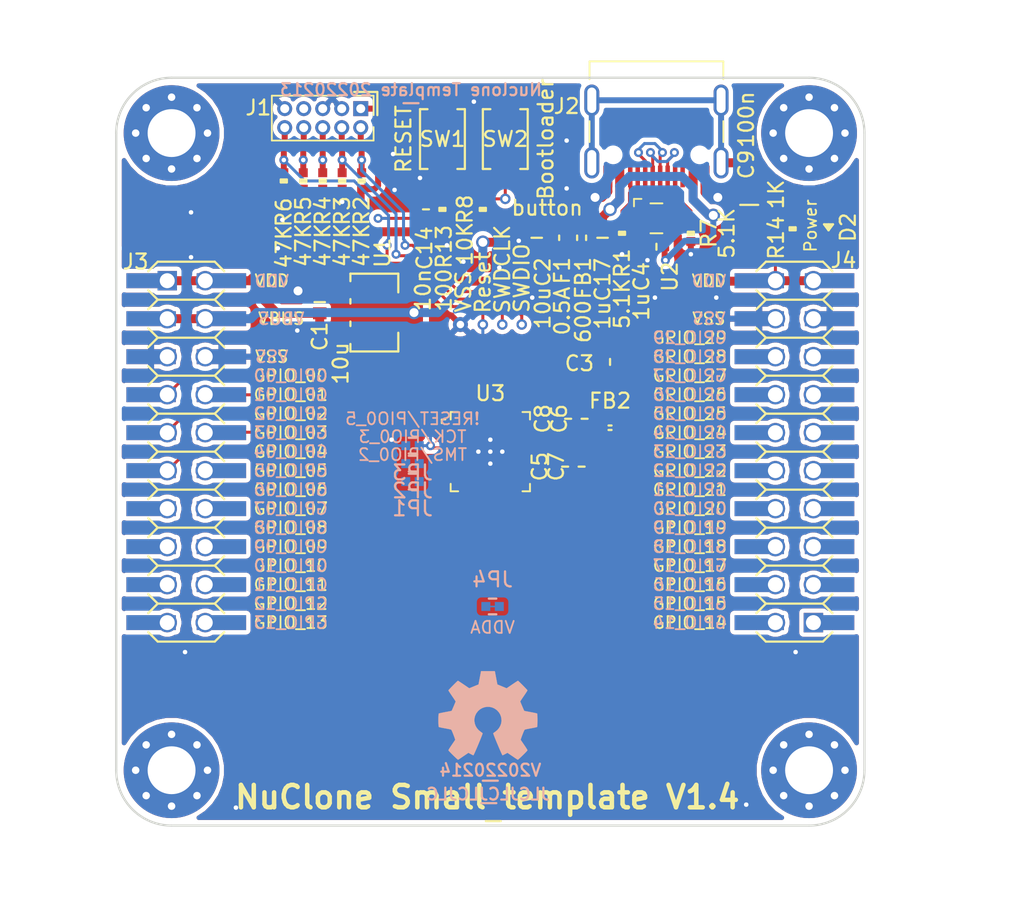
<source format=kicad_pcb>
(kicad_pcb (version 20171130) (host pcbnew 5.99.0+really5.1.10+dfsg1-1)
  (layers (0 F.Cu signal) (31 B.Cu signal) (34 B.Paste user) (35 F.Paste user) (36 B.SilkS user) (37 F.SilkS user) (38 B.Mask user) (39 F.Mask user) (44 Edge.Cuts user))
  (net 0 "")
  (net 1 /VBUS)
  (net 2 "Net-(F1-Pad2)")
  (net 3 /VDD)
  (net 4 "Net-(C9-Pad2)")
  (net 5 /VSS)
  (net 6 "Net-(J1-Pad7)")
  (net 7 /GPIO_28)
  (net 8 /GPIO_29)
  (net 9 /TMS)
  (net 10 /TCK)
  (net 11 /TDO)
  (net 12 /TDI)
  (net 13 /RESET)
  (net 14 "Net-(R13-Pad2)")
  (net 15 "Net-(D2-Pad2)")
  (net 16 "Net-(J2-PadB5)")
  (net 17 "Net-(J2-PadB8)")
  (net 18 "Net-(J2-PadA8)")
  (net 19 "Net-(J2-PadA5)")
  (net 20 /Bootloader)
  (net 21 /GPIO_20)
  (net 22 /GPIO_23)
  (net 23 /GPIO_27)
  (net 24 /GPIO_16)
  (net 25 /GPIO_21)
  (net 26 /GPIO_19)
  (net 27 /GPIO_17)
  (net 28 /GPIO_18)
  (net 29 /GPIO_15)
  (net 30 /GPIO_14)
  (net 31 /GPIO_22)
  (net 32 /GPIO_24)
  (net 33 /GPIO_25)
  (net 34 /GPIO_26)
  (net 35 /GPIO_13)
  (net 36 /GPIO_12)
  (net 37 /GPIO_11)
  (net 38 /GPIO_10)
  (net 39 /GPIO_09)
  (net 40 /GPIO_08)
  (net 41 /GPIO_07)
  (net 42 /GPIO_06)
  (net 43 /GPIO_05)
  (net 44 /GPIO_04)
  (net 45 /GPIO_03)
  (net 46 /GPIO_02)
  (net 47 /GPIO_01)
  (net 48 /GPIO_00)
  (net 49 /VUSB)
  (net 50 /DP)
  (net 51 /DN)
  (net 52 "Net-(U2-Pad4)")
  (net 53 "Net-(U2-Pad3)")
  (net 54 /microcontroller/VREFP)
  (net 55 /microcontroller/PIO0_18)
  (net 56 "Net-(FB2-Pad2)")
  (net 57 /microcontroller/VDDA)
  (module SquantorSpecial:solder_jumper_0402_2way_conn (layer B.Cu) (at 85.15 96.35 180)
    (fp_text reference JP4 (at 0 1.8) (layer B.SilkS) (effects (justify mirror)))
    (fp_text value VDDA (at 0 -1.4) (layer B.SilkS) (effects (font (size 0.8 0.8) (thickness 0.12)) (justify mirror)))
    (fp_poly (pts (xy -0.25 0.05) (xy 0.25 0.05) (xy 0.25 -0.05) (xy -0.25 -0.05)) (layer B.Cu) (width 0.01))
    (pad 2 smd rect (at 0.45 0 180) (size 0.6 0.6) (layers B.Cu B.Mask) (net 57 /microcontroller/VDDA))
    (pad 1 smd rect (at -0.45 0 180) (size 0.6 0.6) (layers B.Cu B.Mask) (net 3 /VDD))
  )
  (module SquantorSpecial:solder_jumper_0402_2way_noconn (layer B.Cu) (at 79.8 85.6)
    (fp_text reference JP3 (at 0 1.8) (layer B.SilkS) (effects (justify mirror)))
    (fp_text value !RESET/PIO0_5 (at 0 -1.8) (layer B.SilkS) (effects (font (size 0.8 0.8) (thickness 0.12)) (justify mirror)))
    (pad 2 smd rect (at 0.45 0) (size 0.6 0.6) (layers B.Cu B.Mask) (net 13 /RESET))
    (pad 1 smd rect (at -0.45 0) (size 0.6 0.6) (layers B.Cu B.Mask) (net 45 /GPIO_03))
  )
  (module SquantorSpecial:solder_jumper_0402_2way_noconn (layer B.Cu) (at 79.8 86.8)
    (fp_text reference JP2 (at 0 1.8) (layer B.SilkS) (effects (justify mirror)))
    (fp_text value TCK/PIO0_3 (at 0 -1.8) (layer B.SilkS) (effects (font (size 0.8 0.8) (thickness 0.12)) (justify mirror)))
    (pad 2 smd rect (at 0.45 0) (size 0.6 0.6) (layers B.Cu B.Mask) (net 10 /TCK))
    (pad 1 smd rect (at -0.45 0) (size 0.6 0.6) (layers B.Cu B.Mask) (net 43 /GPIO_05))
  )
  (module SquantorSpecial:solder_jumper_0402_2way_noconn (layer B.Cu) (at 79.8 88)
    (fp_text reference JP1 (at 0 1.8) (layer B.SilkS) (effects (justify mirror)))
    (fp_text value TMS/PIO0_2 (at 0 -1.8) (layer B.SilkS) (effects (font (size 0.8 0.8) (thickness 0.12)) (justify mirror)))
    (pad 2 smd rect (at 0.45 0) (size 0.6 0.6) (layers B.Cu B.Mask) (net 9 /TMS))
    (pad 1 smd rect (at -0.45 0) (size 0.6 0.6) (layers B.Cu B.Mask) (net 42 /GPIO_06))
  )
  (module SquantorIC:SOT617-3_alt_paste (layer F.Cu) (at 85 86)
    (fp_text reference U3 (at 0 -3.9) (layer F.SilkS))
    (fp_text value LPC804M101JHI33)
    (pad 33 smd rect (at 0.8 0.8) (size 1 1) (layers F.Cu F.Paste F.Mask) (net 5 /VSS))
    (pad 33 smd rect (at -0.8 0.8) (size 1 1) (layers F.Cu F.Paste F.Mask) (net 5 /VSS))
    (pad 33 smd rect (at 0.8 -0.8) (size 1 1) (layers F.Cu F.Paste F.Mask) (net 5 /VSS))
    (pad 33 smd rect (at -0.8 -0.8) (size 1 1) (layers F.Cu F.Paste F.Mask) (net 5 /VSS))
    (pad 33 smd rect (at 0 0) (size 3.5 3.5) (layers F.Cu) (net 5 /VSS))
    (pad 8 smd rect (at -2.55 1.75 90) (size 0.29 0.9) (layers F.Cu F.Paste F.Mask) (net 41 /GPIO_07))
    (pad 7 smd rect (at -2.55 1.25 90) (size 0.29 0.9) (layers F.Cu F.Paste F.Mask) (net 9 /TMS))
    (pad 6 smd rect (at -2.55 0.75 90) (size 0.29 0.9) (layers F.Cu F.Paste F.Mask) (net 10 /TCK))
    (pad 5 smd rect (at -2.55 0.25 90) (size 0.29 0.9) (layers F.Cu F.Paste F.Mask) (net 44 /GPIO_04))
    (pad 1 smd rect (at -2.55 -1.75 90) (size 0.29 0.9) (layers F.Cu F.Paste F.Mask) (net 48 /GPIO_00))
    (pad 2 smd rect (at -2.55 -1.25 270) (size 0.29 0.9) (layers F.Cu F.Paste F.Mask) (net 47 /GPIO_01))
    (pad 3 smd rect (at -2.55 -0.75 90) (size 0.29 0.9) (layers F.Cu F.Paste F.Mask) (net 46 /GPIO_02))
    (pad 4 smd rect (at -2.55 -0.25 90) (size 0.29 0.9) (layers F.Cu F.Paste F.Mask) (net 13 /RESET))
    (pad 24 smd rect (at 2.55 -1.75 270) (size 0.29 0.9) (layers F.Cu F.Paste F.Mask) (net 31 /GPIO_22))
    (pad 23 smd rect (at 2.55 -1.25 270) (size 0.29 0.9) (layers F.Cu F.Paste F.Mask) (net 54 /microcontroller/VREFP))
    (pad 22 smd rect (at 2.55 -0.75 270) (size 0.29 0.9) (layers F.Cu F.Paste F.Mask) (net 25 /GPIO_21))
    (pad 21 smd rect (at 2.55 -0.25 270) (size 0.29 0.9) (layers F.Cu F.Paste F.Mask) (net 21 /GPIO_20))
    (pad 17 smd rect (at 2.55 1.75 270) (size 0.29 0.9) (layers F.Cu F.Paste F.Mask) (net 27 /GPIO_17))
    (pad 18 smd rect (at 2.55 1.25 90) (size 0.29 0.9) (layers F.Cu F.Paste F.Mask) (net 28 /GPIO_18))
    (pad 19 smd rect (at 2.55 0.75 270) (size 0.29 0.9) (layers F.Cu F.Paste F.Mask) (net 26 /GPIO_19))
    (pad 20 smd rect (at 2.55 0.25 270) (size 0.29 0.9) (layers F.Cu F.Paste F.Mask) (net 3 /VDD))
    (pad 16 smd rect (at 1.75 2.55 180) (size 0.29 0.9) (layers F.Cu F.Paste F.Mask) (net 29 /GPIO_15))
    (pad 15 smd rect (at 1.25 2.55 180) (size 0.29 0.9) (layers F.Cu F.Paste F.Mask) (net 30 /GPIO_14))
    (pad 14 smd rect (at 0.75 2.55 180) (size 0.29 0.9) (layers F.Cu F.Paste F.Mask) (net 35 /GPIO_13))
    (pad 13 smd rect (at 0.25 2.55 180) (size 0.29 0.9) (layers F.Cu F.Paste F.Mask) (net 36 /GPIO_12))
    (pad 9 smd rect (at -1.75 2.55 180) (size 0.29 0.9) (layers F.Cu F.Paste F.Mask) (net 40 /GPIO_08))
    (pad 10 smd rect (at -1.25 2.55 180) (size 0.29 0.9) (layers F.Cu F.Paste F.Mask) (net 39 /GPIO_09))
    (pad 11 smd rect (at -0.75 2.55 180) (size 0.29 0.9) (layers F.Cu F.Paste F.Mask) (net 38 /GPIO_10))
    (pad 12 smd rect (at -0.25 2.55 180) (size 0.29 0.9) (layers F.Cu F.Paste F.Mask) (net 37 /GPIO_11))
    (pad 32 smd rect (at -1.75 -2.55) (size 0.29 0.9) (layers F.Cu F.Paste F.Mask) (net 8 /GPIO_29))
    (pad 31 smd rect (at -1.25 -2.55) (size 0.29 0.9) (layers F.Cu F.Paste F.Mask) (net 55 /microcontroller/PIO0_18))
    (pad 30 smd rect (at -0.75 -2.55) (size 0.29 0.9) (layers F.Cu F.Paste F.Mask) (net 7 /GPIO_28))
    (pad 29 smd rect (at -0.25 -2.55) (size 0.29 0.9) (layers F.Cu F.Paste F.Mask) (net 23 /GPIO_27))
    (pad 25 smd rect (at 1.75 -2.55) (size 0.29 0.9) (layers F.Cu F.Paste F.Mask) (net 22 /GPIO_23))
    (pad 26 smd rect (at 1.25 -2.55) (size 0.29 0.9) (layers F.Cu F.Paste F.Mask) (net 32 /GPIO_24))
    (pad 27 smd rect (at 0.75 -2.55) (size 0.29 0.9) (layers F.Cu F.Paste F.Mask) (net 33 /GPIO_25))
    (pad 28 smd rect (at 0.25 -2.55) (size 0.29 0.9) (layers F.Cu F.Paste F.Mask) (net 34 /GPIO_26))
  )
  (module SquantorRcl:L_0402 (layer F.Cu) (at 93 84.4)
    (fp_text reference FB2 (at 0 -1.8) (layer F.SilkS))
    (fp_text value 600)
    (pad 2 smd rect (at 0.55 0) (size 0.6 0.6) (layers F.Cu F.Paste F.Mask) (net 56 "Net-(FB2-Pad2)"))
    (pad 1 smd rect (at -0.55 0) (size 0.6 0.6) (layers F.Cu F.Paste F.Mask) (net 54 /microcontroller/VREFP))
  )
  (module SquantorRcl:C_0402 (layer F.Cu) (at 90.2 83.8 90)
    (fp_text reference C8 (at 0 -1.7 90) (layer F.SilkS))
    (fp_text value 100n)
    (pad 2 smd rect (at 0.55 0 90) (size 0.6 0.6) (layers F.Cu F.Paste F.Mask) (net 5 /VSS))
    (pad 1 smd rect (at -0.55 0 90) (size 0.6 0.6) (layers F.Cu F.Paste F.Mask) (net 54 /microcontroller/VREFP))
  )
  (module SquantorRcl:C_0402 (layer F.Cu) (at 91.1 87 90)
    (fp_text reference C7 (at 0 -1.7 90) (layer F.SilkS))
    (fp_text value 100n)
    (pad 2 smd rect (at 0.55 0 90) (size 0.6 0.6) (layers F.Cu F.Paste F.Mask) (net 3 /VDD))
    (pad 1 smd rect (at -0.55 0 90) (size 0.6 0.6) (layers F.Cu F.Paste F.Mask) (net 5 /VSS))
  )
  (module SquantorRcl:C_0402 (layer F.Cu) (at 91.3 83.8 90)
    (fp_text reference C6 (at 0 -1.7 90) (layer F.SilkS))
    (fp_text value 1u)
    (pad 2 smd rect (at 0.55 0 90) (size 0.6 0.6) (layers F.Cu F.Paste F.Mask) (net 5 /VSS))
    (pad 1 smd rect (at -0.55 0 90) (size 0.6 0.6) (layers F.Cu F.Paste F.Mask) (net 54 /microcontroller/VREFP))
  )
  (module SquantorRcl:C_0402 (layer F.Cu) (at 90 87 90)
    (fp_text reference C5 (at 0 -1.7 90) (layer F.SilkS))
    (fp_text value 1u)
    (pad 2 smd rect (at 0.55 0 90) (size 0.6 0.6) (layers F.Cu F.Paste F.Mask) (net 3 /VDD))
    (pad 1 smd rect (at -0.55 0 90) (size 0.6 0.6) (layers F.Cu F.Paste F.Mask) (net 5 /VSS))
  )
  (module SquantorIC:SOT363-ONsemi (layer F.Cu) (at 96.1 70.4)
    (fp_text reference U2 (at 0.9 3.9 90) (layer F.SilkS))
    (fp_text value TPESD0504C6)
    (pad 3 smd rect (at -0.92 0.65 270) (size 0.4 0.66) (layers F.Cu F.Paste F.Mask) (net 53 "Net-(U2-Pad3)"))
    (pad 2 smd rect (at -0.92 0 270) (size 0.4 0.66) (layers F.Cu F.Paste F.Mask) (net 5 /VSS))
    (pad 1 smd rect (at -0.92 -0.65 270) (size 0.4 0.66) (layers F.Cu F.Paste F.Mask) (net 51 /DN))
    (pad 4 smd rect (at 0.92 0.65 270) (size 0.4 0.66) (layers F.Cu F.Paste F.Mask) (net 52 "Net-(U2-Pad4)"))
    (pad 5 smd rect (at 0.92 0 270) (size 0.4 0.66) (layers F.Cu F.Paste F.Mask) (net 49 /VUSB))
    (pad 6 smd rect (at 0.92 -0.65 270) (size 0.4 0.66) (layers F.Cu F.Paste F.Mask) (net 50 /DP))
  )
  (module SquantorRcl:C_0402 (layer F.Cu) (at 96.1 72.3 180)
    (fp_text reference C4 (at 1 -2 90) (layer F.SilkS))
    (fp_text value 1u (at 1 -4 90) (layer F.SilkS))
    (pad 2 smd rect (at 0.55 0 180) (size 0.6 0.6) (layers F.Cu F.Paste F.Mask) (net 5 /VSS))
    (pad 1 smd rect (at -0.55 0 180) (size 0.6 0.6) (layers F.Cu F.Paste F.Mask) (net 49 /VUSB))
  )
  (module SquantorLabels:Label_Generic (layer B.Cu) (at 85 107.4 180)
    (fp_text reference N2 hide)
    (fp_text value V20220214 (at 0 0.1) (layer B.SilkS) (effects (font (size 0.8 0.8)) (justify mirror)))
  )
  (module SquantorConnectorsNamed:nuclone_small_right_stacked (layer F.Cu) (at 105.32 86 90)
    (fp_text reference J4 (at 12.8 3.28 180) (layer F.SilkS))
    (fp_text value nuclone_small_right)
    (fp_text user VSS (at 8.9 -5.705 180) (layer B.SilkS) (effects (font (size 0.8 0.8) (thickness 0.12)) (justify mirror)))
    (fp_text user GPIO_15 (at -10.16 -6.985 180) (layer B.SilkS) (effects (font (size 0.8 0.8) (thickness 0.12)) (justify mirror)))
    (fp_text user GPIO_17 (at -7.62 -6.985 180) (layer B.SilkS) (effects (font (size 0.8 0.8) (thickness 0.12)) (justify mirror)))
    (fp_text user GPIO_19 (at -5.08 -6.985 180) (layer B.SilkS) (effects (font (size 0.8 0.8) (thickness 0.12)) (justify mirror)))
    (fp_text user GPIO_21 (at -2.54 -6.985 180) (layer B.SilkS) (effects (font (size 0.8 0.8) (thickness 0.12)) (justify mirror)))
    (fp_text user GPIO_23 (at 0 -6.985 180) (layer B.SilkS) (effects (font (size 0.8 0.8) (thickness 0.12)) (justify mirror)))
    (fp_text user GPIO_25 (at 2.54 -6.985 180) (layer B.SilkS) (effects (font (size 0.8 0.8) (thickness 0.12)) (justify mirror)))
    (fp_text user GPIO_27 (at 5.08 -6.985 180) (layer B.SilkS) (effects (font (size 0.8 0.8) (thickness 0.12)) (justify mirror)))
    (fp_text user GPIO_29 (at 7.62 -6.985 180) (layer B.SilkS) (effects (font (size 0.8 0.8) (thickness 0.12)) (justify mirror)))
    (fp_text user VDD (at 11.4 -5.705 180) (layer B.SilkS) (effects (font (size 0.8 0.8) (thickness 0.12)) (justify mirror)))
    (fp_text user GPIO_14 (at -11.43 -6.985 180) (layer B.SilkS) (effects (font (size 0.8 0.8) (thickness 0.12)) (justify mirror)))
    (fp_text user GPIO_16 (at -8.89 -6.985 180) (layer B.SilkS) (effects (font (size 0.8 0.8) (thickness 0.12)) (justify mirror)))
    (fp_text user GPIO_18 (at -6.35 -6.985 180) (layer B.SilkS) (effects (font (size 0.8 0.8) (thickness 0.12)) (justify mirror)))
    (fp_text user GPIO_26 (at 3.81 -6.985 180) (layer B.SilkS) (effects (font (size 0.8 0.8) (thickness 0.12)) (justify mirror)))
    (fp_text user GPIO_28 (at 6.35 -6.985 180) (layer B.SilkS) (effects (font (size 0.8 0.8) (thickness 0.12)) (justify mirror)))
    (fp_text user GPIO_20 (at -3.81 -6.985 180) (layer B.SilkS) (effects (font (size 0.8 0.8) (thickness 0.12)) (justify mirror)))
    (fp_text user GPIO_22 (at -1.27 -6.985 180) (layer B.SilkS) (effects (font (size 0.8 0.8) (thickness 0.12)) (justify mirror)))
    (fp_text user GPIO_24 (at 1.27 -6.985 180) (layer B.SilkS) (effects (font (size 0.8 0.8) (thickness 0.12)) (justify mirror)))
    (fp_text user VSS (at 8.89 -5.715 180) (layer F.SilkS) (effects (font (size 0.8 0.8) (thickness 0.12))))
    (fp_text user GPIO_15 (at -10.16 -6.985 180) (layer F.SilkS) (effects (font (size 0.8 0.8) (thickness 0.12))))
    (fp_text user GPIO_17 (at -7.62 -6.985 180) (layer F.SilkS) (effects (font (size 0.8 0.8) (thickness 0.12))))
    (fp_text user GPIO_19 (at -5.08 -6.985 180) (layer F.SilkS) (effects (font (size 0.8 0.8) (thickness 0.12))))
    (fp_text user GPIO_21 (at -2.54 -6.985 180) (layer F.SilkS) (effects (font (size 0.8 0.8) (thickness 0.12))))
    (fp_text user GPIO_23 (at 0 -6.985 180) (layer F.SilkS) (effects (font (size 0.8 0.8) (thickness 0.12))))
    (fp_text user GPIO_25 (at 2.54 -6.985 180) (layer F.SilkS) (effects (font (size 0.8 0.8) (thickness 0.12))))
    (fp_text user GPIO_27 (at 5.08 -6.985 180) (layer F.SilkS) (effects (font (size 0.8 0.8) (thickness 0.12))))
    (fp_text user GPIO_29 (at 7.62 -6.985 180) (layer F.SilkS) (effects (font (size 0.8 0.8) (thickness 0.12))))
    (fp_text user VDD (at 11.43 -5.715 180) (layer F.SilkS) (effects (font (size 0.8 0.8) (thickness 0.12))))
    (fp_text user GPIO_14 (at -11.43 -6.985 180) (layer F.SilkS) (effects (font (size 0.8 0.8) (thickness 0.12))))
    (fp_text user GPIO_16 (at -8.89 -6.985 180) (layer F.SilkS) (effects (font (size 0.8 0.8) (thickness 0.12))))
    (fp_text user GPIO_18 (at -6.35 -6.985 180) (layer F.SilkS) (effects (font (size 0.8 0.8) (thickness 0.12))))
    (fp_text user GPIO_26 (at 3.81 -6.985 180) (layer F.SilkS) (effects (font (size 0.8 0.8) (thickness 0.12))))
    (fp_text user GPIO_28 (at 6.35 -6.985 180) (layer F.SilkS) (effects (font (size 0.8 0.8) (thickness 0.12))))
    (fp_text user GPIO_20 (at -3.81 -6.985 180) (layer F.SilkS) (effects (font (size 0.8 0.8) (thickness 0.12))))
    (fp_text user GPIO_22 (at -1.27 -6.985 180) (layer F.SilkS) (effects (font (size 0.8 0.8) (thickness 0.12))))
    (fp_text user GPIO_24 (at 1.27 -6.985 180) (layer F.SilkS) (effects (font (size 0.8 0.8) (thickness 0.12))))
    (pad 2 smd rect (at -11.43 -2.35 90) (size 1 3.3) (layers B.Cu B.Mask) (net 30 /GPIO_14))
    (pad 10 smd rect (at -1.27 -2.35 90) (size 1 3.3) (layers B.Cu B.Mask) (net 31 /GPIO_22))
    (pad 20 smd rect (at 11.43 -2.35 90) (size 1 3.3) (layers B.Cu B.Mask) (net 3 /VDD))
    (pad 12 smd rect (at 1.27 -2.35 90) (size 1 3.3) (layers B.Cu B.Mask) (net 32 /GPIO_24))
    (pad 18 smd rect (at 8.89 -2.35 90) (size 1 3.3) (layers B.Cu B.Mask) (net 5 /VSS))
    (pad 4 smd rect (at -8.89 -2.35 90) (size 1 3.3) (layers B.Cu B.Mask) (net 24 /GPIO_16))
    (pad 8 smd rect (at -3.81 -2.35 90) (size 1 3.3) (layers B.Cu B.Mask) (net 21 /GPIO_20))
    (pad 16 smd rect (at 6.35 -2.35 90) (size 1 3.3) (layers B.Cu B.Mask) (net 7 /GPIO_28))
    (pad 14 smd rect (at 3.81 -2.35 90) (size 1 3.3) (layers B.Cu B.Mask) (net 34 /GPIO_26))
    (pad 6 smd rect (at -6.35 -2.35 90) (size 1 3.3) (layers B.Cu B.Mask) (net 28 /GPIO_18))
    (pad 1 smd rect (at -11.43 2.35 90) (size 1 3.3) (layers B.Cu B.Mask) (net 29 /GPIO_15))
    (pad 5 smd rect (at -6.35 2.35 90) (size 1 3.3) (layers B.Cu B.Mask) (net 26 /GPIO_19))
    (pad 9 smd rect (at -1.27 2.35 90) (size 1 3.3) (layers B.Cu B.Mask) (net 22 /GPIO_23))
    (pad 7 smd rect (at -3.81 2.35 90) (size 1 3.3) (layers B.Cu B.Mask) (net 25 /GPIO_21))
    (pad 13 smd rect (at 3.81 2.35 90) (size 1 3.3) (layers B.Cu B.Mask) (net 23 /GPIO_27))
    (pad 19 smd rect (at 11.43 2.35 90) (size 1 3.3) (layers B.Cu B.Mask) (net 3 /VDD))
    (pad 15 smd rect (at 6.35 2.35 90) (size 1 3.3) (layers B.Cu B.Mask) (net 8 /GPIO_29))
    (pad 11 smd rect (at 1.27 2.35 90) (size 1 3.3) (layers B.Cu B.Mask) (net 33 /GPIO_25))
    (pad 17 smd rect (at 8.89 2.35 90) (size 1 3.3) (layers B.Cu B.Mask) (net 5 /VSS))
    (pad 3 smd rect (at -8.89 2.35 90) (size 1 3.3) (layers B.Cu B.Mask) (net 27 /GPIO_17))
    (pad 1 thru_hole rect (at -11.43 1.27 90) (size 1.3 1.3) (drill 1) (layers *.Cu *.Mask) (net 29 /GPIO_15))
    (pad 2 thru_hole circle (at -11.43 -1.27 90) (size 1.3 1.3) (drill 1) (layers *.Cu *.Mask) (net 30 /GPIO_14))
    (pad 3 thru_hole circle (at -8.89 1.27 90) (size 1.3 1.3) (drill 1) (layers *.Cu *.Mask) (net 27 /GPIO_17))
    (pad 4 thru_hole circle (at -8.89 -1.27 90) (size 1.3 1.3) (drill 1) (layers *.Cu *.Mask) (net 24 /GPIO_16))
    (pad 5 thru_hole circle (at -6.35 1.27 90) (size 1.3 1.3) (drill 1) (layers *.Cu *.Mask) (net 26 /GPIO_19))
    (pad 6 thru_hole circle (at -6.35 -1.27 90) (size 1.3 1.3) (drill 1) (layers *.Cu *.Mask) (net 28 /GPIO_18))
    (pad 7 thru_hole circle (at -3.81 1.27 90) (size 1.3 1.3) (drill 1) (layers *.Cu *.Mask) (net 25 /GPIO_21))
    (pad 8 thru_hole circle (at -3.81 -1.27 90) (size 1.3 1.3) (drill 1) (layers *.Cu *.Mask) (net 21 /GPIO_20))
    (pad 9 thru_hole circle (at -1.27 1.27 90) (size 1.3 1.3) (drill 1) (layers *.Cu *.Mask) (net 22 /GPIO_23))
    (pad 10 thru_hole circle (at -1.27 -1.27 90) (size 1.3 1.3) (drill 1) (layers *.Cu *.Mask) (net 31 /GPIO_22))
    (pad 11 thru_hole circle (at 1.27 1.27 90) (size 1.3 1.3) (drill 1) (layers *.Cu *.Mask) (net 33 /GPIO_25))
    (pad 12 thru_hole circle (at 1.27 -1.27 90) (size 1.3 1.3) (drill 1) (layers *.Cu *.Mask) (net 32 /GPIO_24))
    (pad 13 thru_hole circle (at 3.81 1.27 90) (size 1.3 1.3) (drill 1) (layers *.Cu *.Mask) (net 23 /GPIO_27))
    (pad 14 thru_hole circle (at 3.81 -1.27 90) (size 1.3 1.3) (drill 1) (layers *.Cu *.Mask) (net 34 /GPIO_26))
    (pad 15 thru_hole circle (at 6.35 1.27 90) (size 1.3 1.3) (drill 1) (layers *.Cu *.Mask) (net 8 /GPIO_29))
    (pad 16 thru_hole circle (at 6.35 -1.27 90) (size 1.3 1.3) (drill 1) (layers *.Cu *.Mask) (net 7 /GPIO_28))
    (pad 17 thru_hole circle (at 8.89 1.27 90) (size 1.3 1.3) (drill 1) (layers *.Cu *.Mask) (net 5 /VSS))
    (pad 18 thru_hole circle (at 8.89 -1.27 90) (size 1.3 1.3) (drill 1) (layers *.Cu *.Mask) (net 5 /VSS))
    (pad 19 thru_hole circle (at 11.43 1.27 90) (size 1.3 1.3) (drill 1) (layers *.Cu *.Mask) (net 3 /VDD))
    (pad 20 thru_hole circle (at 11.43 -1.27 90) (size 1.3 1.3) (drill 1) (layers *.Cu *.Mask) (net 3 /VDD))
    (pad 1 smd rect (at -11.43 2.35 90) (size 1 3.3) (layers F.Cu F.Mask) (net 29 /GPIO_15))
    (pad 3 smd rect (at -8.89 2.35 90) (size 1 3.3) (layers F.Cu F.Mask) (net 27 /GPIO_17))
    (pad 5 smd rect (at -6.35 2.35 90) (size 1 3.3) (layers F.Cu F.Mask) (net 26 /GPIO_19))
    (pad 7 smd rect (at -3.81 2.35 90) (size 1 3.3) (layers F.Cu F.Mask) (net 25 /GPIO_21))
    (pad 9 smd rect (at -1.27 2.35 90) (size 1 3.3) (layers F.Cu F.Mask) (net 22 /GPIO_23))
    (pad 11 smd rect (at 1.27 2.35 90) (size 1 3.3) (layers F.Cu F.Mask) (net 33 /GPIO_25))
    (pad 13 smd rect (at 3.81 2.35 90) (size 1 3.3) (layers F.Cu F.Mask) (net 23 /GPIO_27))
    (pad 15 smd rect (at 6.35 2.35 90) (size 1 3.3) (layers F.Cu F.Mask) (net 8 /GPIO_29))
    (pad 17 smd rect (at 8.89 2.35 90) (size 1 3.3) (layers F.Cu F.Mask) (net 5 /VSS))
    (pad 19 smd rect (at 11.43 2.35 90) (size 1 3.3) (layers F.Cu F.Mask) (net 3 /VDD))
    (pad 20 smd rect (at 11.43 -2.35 90) (size 1 3.3) (layers F.Cu F.Mask) (net 3 /VDD))
    (pad 18 smd rect (at 8.89 -2.35 90) (size 1 3.3) (layers F.Cu F.Mask) (net 5 /VSS))
    (pad 16 smd rect (at 6.35 -2.35 90) (size 1 3.3) (layers F.Cu F.Mask) (net 7 /GPIO_28))
    (pad 14 smd rect (at 3.81 -2.35 90) (size 1 3.3) (layers F.Cu F.Mask) (net 34 /GPIO_26))
    (pad 12 smd rect (at 1.27 -2.35 90) (size 1 3.3) (layers F.Cu F.Mask) (net 32 /GPIO_24))
    (pad 10 smd rect (at -1.27 -2.35 90) (size 1 3.3) (layers F.Cu F.Mask) (net 31 /GPIO_22))
    (pad 8 smd rect (at -3.81 -2.35 90) (size 1 3.3) (layers F.Cu F.Mask) (net 21 /GPIO_20))
    (pad 6 smd rect (at -6.35 -2.35 90) (size 1 3.3) (layers F.Cu F.Mask) (net 28 /GPIO_18))
    (pad 4 smd rect (at -8.89 -2.35 90) (size 1 3.3) (layers F.Cu F.Mask) (net 24 /GPIO_16))
    (pad 2 smd rect (at -11.43 -2.35 90) (size 1 3.3) (layers F.Cu F.Mask) (net 30 /GPIO_14))
  )
  (module SquantorConnectorsNamed:nuclone_small_left_stacked (layer F.Cu) (at 64.68 86 270)
    (fp_text reference J3 (at -12.7 3.38) (layer F.SilkS))
    (fp_text value nuclone_small_left)
    (fp_text user VBUS (at -8.89 -6.35) (layer F.SilkS) (effects (font (size 0.8 0.8) (thickness 0.12))))
    (fp_text user VDD (at -11.43 -5.715) (layer F.SilkS) (effects (font (size 0.8 0.8) (thickness 0.12))))
    (fp_text user GPIO_12 (at 10.16 -6.985) (layer F.SilkS) (effects (font (size 0.8 0.8) (thickness 0.12))))
    (fp_text user GPIO_10 (at 7.62 -6.985) (layer F.SilkS) (effects (font (size 0.8 0.8) (thickness 0.12))))
    (fp_text user GPIO_08 (at 5.08 -6.985) (layer F.SilkS) (effects (font (size 0.8 0.8) (thickness 0.12))))
    (fp_text user GPIO_06 (at 2.54 -6.985) (layer F.SilkS) (effects (font (size 0.8 0.8) (thickness 0.12))))
    (fp_text user GPIO_04 (at 0 -6.985) (layer F.SilkS) (effects (font (size 0.8 0.8) (thickness 0.12))))
    (fp_text user GPIO_13 (at 11.43 -6.985) (layer F.SilkS) (effects (font (size 0.8 0.8) (thickness 0.12))))
    (fp_text user GPIO_11 (at 8.89 -6.985) (layer F.SilkS) (effects (font (size 0.8 0.8) (thickness 0.12))))
    (fp_text user GPIO_09 (at 6.35 -6.985) (layer F.SilkS) (effects (font (size 0.8 0.8) (thickness 0.12))))
    (fp_text user GPIO_07 (at 3.81 -6.985) (layer F.SilkS) (effects (font (size 0.8 0.8) (thickness 0.12))))
    (fp_text user GPIO_05 (at 1.27 -6.985) (layer F.SilkS) (effects (font (size 0.8 0.8) (thickness 0.12))))
    (fp_text user GPIO_01 (at -3.81 -6.985) (layer F.SilkS) (effects (font (size 0.8 0.8) (thickness 0.12))))
    (fp_text user GPIO_00 (at -5.08 -6.985) (layer F.SilkS) (effects (font (size 0.8 0.8) (thickness 0.12))))
    (fp_text user VSS (at -6.35 -5.715) (layer F.SilkS) (effects (font (size 0.8 0.8) (thickness 0.12))))
    (fp_text user GPIO_03 (at -1.27 -6.985) (layer F.SilkS) (effects (font (size 0.8 0.8) (thickness 0.12))))
    (fp_text user GPIO_02 (at -2.54 -6.985) (layer F.SilkS) (effects (font (size 0.8 0.8) (thickness 0.12))))
    (fp_text user VBUS (at -8.89 -6.35) (layer B.SilkS) (effects (font (size 0.8 0.8) (thickness 0.12)) (justify mirror)))
    (fp_text user VDD (at -11.4 -5.715) (layer B.SilkS) (effects (font (size 0.8 0.8) (thickness 0.12)) (justify mirror)))
    (fp_text user GPIO_12 (at 10.16 -6.985) (layer B.SilkS) (effects (font (size 0.8 0.8) (thickness 0.12)) (justify mirror)))
    (fp_text user GPIO_10 (at 7.62 -6.985) (layer B.SilkS) (effects (font (size 0.8 0.8) (thickness 0.12)) (justify mirror)))
    (fp_text user GPIO_08 (at 5.08 -6.985) (layer B.SilkS) (effects (font (size 0.8 0.8) (thickness 0.12)) (justify mirror)))
    (fp_text user GPIO_06 (at 2.54 -6.985) (layer B.SilkS) (effects (font (size 0.8 0.8) (thickness 0.12)) (justify mirror)))
    (fp_text user GPIO_04 (at 0 -6.985) (layer B.SilkS) (effects (font (size 0.8 0.8) (thickness 0.12)) (justify mirror)))
    (fp_text user GPIO_13 (at 11.43 -6.985) (layer B.SilkS) (effects (font (size 0.8 0.8) (thickness 0.12)) (justify mirror)))
    (fp_text user GPIO_11 (at 8.89 -6.985) (layer B.SilkS) (effects (font (size 0.8 0.8) (thickness 0.12)) (justify mirror)))
    (fp_text user GPIO_09 (at 6.35 -6.985) (layer B.SilkS) (effects (font (size 0.8 0.8) (thickness 0.12)) (justify mirror)))
    (fp_text user GPIO_07 (at 3.81 -6.985) (layer B.SilkS) (effects (font (size 0.8 0.8) (thickness 0.12)) (justify mirror)))
    (fp_text user GPIO_05 (at 1.27 -6.985) (layer B.SilkS) (effects (font (size 0.8 0.8) (thickness 0.12)) (justify mirror)))
    (fp_text user GPIO_03 (at -1.27 -6.985) (layer B.SilkS) (effects (font (size 0.8 0.8) (thickness 0.12)) (justify mirror)))
    (fp_text user GPIO_02 (at -2.54 -6.985) (layer B.SilkS) (effects (font (size 0.8 0.8) (thickness 0.12)) (justify mirror)))
    (fp_text user GPIO_01 (at -3.81 -6.985) (layer B.SilkS) (effects (font (size 0.8 0.8) (thickness 0.12)) (justify mirror)))
    (fp_text user GPIO_00 (at -5.08 -6.985) (layer B.SilkS) (effects (font (size 0.8 0.8) (thickness 0.12)) (justify mirror)))
    (fp_text user VSS (at -6.35 -5.715) (layer B.SilkS) (effects (font (size 0.8 0.8) (thickness 0.12)) (justify mirror)))
    (pad 20 thru_hole circle (at 11.43 -1.27 270) (size 1.3 1.3) (drill 1) (layers *.Cu *.Mask) (net 35 /GPIO_13))
    (pad 19 thru_hole circle (at 11.43 1.27 270) (size 1.3 1.3) (drill 1) (layers *.Cu *.Mask) (net 36 /GPIO_12))
    (pad 18 thru_hole circle (at 8.89 -1.27 270) (size 1.3 1.3) (drill 1) (layers *.Cu *.Mask) (net 37 /GPIO_11))
    (pad 17 thru_hole circle (at 8.89 1.27 270) (size 1.3 1.3) (drill 1) (layers *.Cu *.Mask) (net 38 /GPIO_10))
    (pad 16 thru_hole circle (at 6.35 -1.27 270) (size 1.3 1.3) (drill 1) (layers *.Cu *.Mask) (net 39 /GPIO_09))
    (pad 15 thru_hole circle (at 6.35 1.27 270) (size 1.3 1.3) (drill 1) (layers *.Cu *.Mask) (net 40 /GPIO_08))
    (pad 14 thru_hole circle (at 3.81 -1.27 270) (size 1.3 1.3) (drill 1) (layers *.Cu *.Mask) (net 41 /GPIO_07))
    (pad 13 thru_hole circle (at 3.81 1.27 270) (size 1.3 1.3) (drill 1) (layers *.Cu *.Mask) (net 42 /GPIO_06))
    (pad 12 thru_hole circle (at 1.27 -1.27 270) (size 1.3 1.3) (drill 1) (layers *.Cu *.Mask) (net 43 /GPIO_05))
    (pad 11 thru_hole circle (at 1.27 1.27 270) (size 1.3 1.3) (drill 1) (layers *.Cu *.Mask) (net 44 /GPIO_04))
    (pad 10 thru_hole circle (at -1.27 -1.27 270) (size 1.3 1.3) (drill 1) (layers *.Cu *.Mask) (net 45 /GPIO_03))
    (pad 9 thru_hole circle (at -1.27 1.27 270) (size 1.3 1.3) (drill 1) (layers *.Cu *.Mask) (net 46 /GPIO_02))
    (pad 8 thru_hole circle (at -3.81 -1.27 270) (size 1.3 1.3) (drill 1) (layers *.Cu *.Mask) (net 47 /GPIO_01))
    (pad 7 thru_hole circle (at -3.81 1.27 270) (size 1.3 1.3) (drill 1) (layers *.Cu *.Mask) (net 48 /GPIO_00))
    (pad 6 thru_hole circle (at -6.35 -1.27 270) (size 1.3 1.3) (drill 1) (layers *.Cu *.Mask) (net 5 /VSS))
    (pad 5 thru_hole circle (at -6.35 1.27 270) (size 1.3 1.3) (drill 1) (layers *.Cu *.Mask) (net 5 /VSS))
    (pad 4 thru_hole circle (at -8.89 -1.27 270) (size 1.3 1.3) (drill 1) (layers *.Cu *.Mask) (net 1 /VBUS))
    (pad 3 thru_hole circle (at -8.89 1.27 270) (size 1.3 1.3) (drill 1) (layers *.Cu *.Mask) (net 1 /VBUS))
    (pad 2 thru_hole circle (at -11.43 -1.27 270) (size 1.3 1.3) (drill 1) (layers *.Cu *.Mask) (net 3 /VDD))
    (pad 1 thru_hole rect (at -11.43 1.27 270) (size 1.3 1.3) (drill 1) (layers *.Cu *.Mask) (net 3 /VDD))
    (pad 1 smd rect (at -11.43 2.35 270) (size 1 3.3) (layers F.Cu F.Mask) (net 3 /VDD))
    (pad 3 smd rect (at -8.89 2.35 270) (size 1 3.3) (layers F.Cu F.Mask) (net 1 /VBUS))
    (pad 5 smd rect (at -6.35 2.35 270) (size 1 3.3) (layers F.Cu F.Mask) (net 5 /VSS))
    (pad 7 smd rect (at -3.81 2.35 270) (size 1 3.3) (layers F.Cu F.Mask) (net 48 /GPIO_00))
    (pad 9 smd rect (at -1.27 2.35 270) (size 1 3.3) (layers F.Cu F.Mask) (net 46 /GPIO_02))
    (pad 11 smd rect (at 1.27 2.35 270) (size 1 3.3) (layers F.Cu F.Mask) (net 44 /GPIO_04))
    (pad 13 smd rect (at 3.81 2.35 270) (size 1 3.3) (layers F.Cu F.Mask) (net 42 /GPIO_06))
    (pad 15 smd rect (at 6.35 2.35 270) (size 1 3.3) (layers F.Cu F.Mask) (net 40 /GPIO_08))
    (pad 17 smd rect (at 8.89 2.35 270) (size 1 3.3) (layers F.Cu F.Mask) (net 38 /GPIO_10))
    (pad 19 smd rect (at 11.43 2.35 270) (size 1 3.3) (layers F.Cu F.Mask) (net 36 /GPIO_12))
    (pad 20 smd rect (at 11.43 -2.35 270) (size 1 3.3) (layers F.Cu F.Mask) (net 35 /GPIO_13))
    (pad 18 smd rect (at 8.89 -2.35 270) (size 1 3.3) (layers F.Cu F.Mask) (net 37 /GPIO_11))
    (pad 16 smd rect (at 6.35 -2.35 270) (size 1 3.3) (layers F.Cu F.Mask) (net 39 /GPIO_09))
    (pad 14 smd rect (at 3.81 -2.35 270) (size 1 3.3) (layers F.Cu F.Mask) (net 41 /GPIO_07))
    (pad 12 smd rect (at 1.27 -2.35 270) (size 1 3.3) (layers F.Cu F.Mask) (net 43 /GPIO_05))
    (pad 10 smd rect (at -1.27 -2.35 270) (size 1 3.3) (layers F.Cu F.Mask) (net 45 /GPIO_03))
    (pad 8 smd rect (at -3.81 -2.35 270) (size 1 3.3) (layers F.Cu F.Mask) (net 47 /GPIO_01))
    (pad 6 smd rect (at -6.35 -2.35 270) (size 1 3.3) (layers F.Cu F.Mask) (net 5 /VSS))
    (pad 4 smd rect (at -8.89 -2.35 270) (size 1 3.3) (layers F.Cu F.Mask) (net 1 /VBUS))
    (pad 2 smd rect (at -11.43 -2.35 270) (size 1 3.3) (layers F.Cu F.Mask) (net 3 /VDD))
    (pad 7 smd rect (at -3.81 2.35 270) (size 1 3.3) (layers B.Cu B.Mask) (net 48 /GPIO_00))
    (pad 15 smd rect (at 6.35 2.35 270) (size 1 3.3) (layers B.Cu B.Mask) (net 40 /GPIO_08))
    (pad 9 smd rect (at -1.27 2.35 270) (size 1 3.3) (layers B.Cu B.Mask) (net 46 /GPIO_02))
    (pad 11 smd rect (at 1.27 2.35 270) (size 1 3.3) (layers B.Cu B.Mask) (net 44 /GPIO_04))
    (pad 13 smd rect (at 3.81 2.35 270) (size 1 3.3) (layers B.Cu B.Mask) (net 42 /GPIO_06))
    (pad 19 smd rect (at 11.43 2.35 270) (size 1 3.3) (layers B.Cu B.Mask) (net 36 /GPIO_12))
    (pad 1 smd rect (at -11.43 2.35 270) (size 1 3.3) (layers B.Cu B.Mask) (net 3 /VDD))
    (pad 17 smd rect (at 8.89 2.35 270) (size 1 3.3) (layers B.Cu B.Mask) (net 38 /GPIO_10))
    (pad 5 smd rect (at -6.35 2.35 270) (size 1 3.3) (layers B.Cu B.Mask) (net 5 /VSS))
    (pad 3 smd rect (at -8.89 2.35 270) (size 1 3.3) (layers B.Cu B.Mask) (net 1 /VBUS))
    (pad 16 smd rect (at 6.35 -2.35 270) (size 1 3.3) (layers B.Cu B.Mask) (net 39 /GPIO_09))
    (pad 10 smd rect (at -1.27 -2.35 270) (size 1 3.3) (layers B.Cu B.Mask) (net 45 /GPIO_03))
    (pad 14 smd rect (at 3.81 -2.35 270) (size 1 3.3) (layers B.Cu B.Mask) (net 41 /GPIO_07))
    (pad 2 smd rect (at -11.43 -2.35 270) (size 1 3.3) (layers B.Cu B.Mask) (net 3 /VDD))
    (pad 20 smd rect (at 11.43 -2.35 270) (size 1 3.3) (layers B.Cu B.Mask) (net 35 /GPIO_13))
    (pad 6 smd rect (at -6.35 -2.35 270) (size 1 3.3) (layers B.Cu B.Mask) (net 5 /VSS))
    (pad 4 smd rect (at -8.89 -2.35 270) (size 1 3.3) (layers B.Cu B.Mask) (net 1 /VBUS))
    (pad 18 smd rect (at 8.89 -2.35 270) (size 1 3.3) (layers B.Cu B.Mask) (net 37 /GPIO_11))
    (pad 8 smd rect (at -3.81 -2.35 270) (size 1 3.3) (layers B.Cu B.Mask) (net 47 /GPIO_01))
    (pad 12 smd rect (at 1.27 -2.35 270) (size 1 3.3) (layers B.Cu B.Mask) (net 43 /GPIO_05))
  )
  (module SquantorLabels:Label_Generic (layer B.Cu) (at 79.7 62.1 180)
    (fp_text reference N5 hide)
    (fp_text value "Nuclone Template 20220213" (at 0 0.3) (layer B.SilkS) (effects (font (size 0.8 0.8)) (justify mirror)))
  )
  (module SquantorTestPoints:TestPoint_hole_H05R10 (layer F.Cu) (at 83 77.5)
    (fp_text reference TP3)
    (fp_text value VSS (at 0.2 -2.2 90) (layer F.SilkS))
    (pad 1 thru_hole circle (at 0 0) (size 1 1) (drill 0.5) (layers *.Cu *.Mask) (net 5 /VSS))
  )
  (module SquantorTestPoints:TestPoint_hole_H04R07 (layer F.Cu) (at 84.5 77.5)
    (fp_text reference TP5)
    (fp_text value Reset (at 0 -2.8 90) (layer F.SilkS))
    (pad 1 thru_hole circle (at 0 0) (size 0.7 0.7) (drill 0.4) (layers *.Cu *.Mask) (net 13 /RESET))
  )
  (module SquantorTestPoints:TestPoint_hole_H04R07 (layer F.Cu) (at 87.1 77.5)
    (fp_text reference TP1)
    (fp_text value SWDIO (at 0 -3.1 90) (layer F.SilkS))
    (pad 1 thru_hole circle (at 0 0) (size 0.7 0.7) (drill 0.4) (layers *.Cu *.Mask) (net 9 /TMS))
  )
  (module SquantorTestPoints:TestPoint_hole_H04R07 (layer F.Cu) (at 85.8 77.5)
    (fp_text reference TP2)
    (fp_text value SWDCLK (at 0 -3.7 90) (layer F.SilkS))
    (pad 1 thru_hole circle (at 0 0) (size 0.7 0.7) (drill 0.4) (layers *.Cu *.Mask) (net 10 /TCK))
  )
  (module SquantorRcl:C_0402 (layer F.Cu) (at 93 80 180)
    (fp_text reference C3 (at 2.05 -0.1) (layer F.SilkS))
    (fp_text value 1u)
    (pad 2 smd rect (at 0.55 0 180) (size 0.6 0.6) (layers F.Cu F.Paste F.Mask) (net 5 /VSS))
    (pad 1 smd rect (at -0.55 0 180) (size 0.6 0.6) (layers F.Cu F.Paste F.Mask) (net 3 /VDD))
  )
  (module SquantorConnectors:Header-0127-2X05-H006 (layer F.Cu) (at 73.8 63.7 180)
    (fp_text reference J1 (at 4.3 0.7) (layer F.SilkS))
    (fp_text value JTAG_2X05)
    (pad 10 thru_hole circle (at 2.54 -0.635 180) (size 1 1) (drill 0.6) (layers *.Cu *.Mask) (net 13 /RESET))
    (pad 9 thru_hole circle (at 2.54 0.635 180) (size 1 1) (drill 0.6) (layers *.Cu *.Mask) (net 5 /VSS))
    (pad 8 thru_hole circle (at 1.27 -0.635 180) (size 1 1) (drill 0.6) (layers *.Cu *.Mask) (net 12 /TDI))
    (pad 7 thru_hole circle (at 1.27 0.635 180) (size 1 1) (drill 0.6) (layers *.Cu *.Mask) (net 6 "Net-(J1-Pad7)"))
    (pad 6 thru_hole circle (at 0 -0.635 180) (size 1 1) (drill 0.6) (layers *.Cu *.Mask) (net 11 /TDO))
    (pad 5 thru_hole circle (at 0 0.635 180) (size 1 1) (drill 0.6) (layers *.Cu *.Mask) (net 5 /VSS))
    (pad 4 thru_hole circle (at -1.27 -0.635 180) (size 1 1) (drill 0.6) (layers *.Cu *.Mask) (net 10 /TCK))
    (pad 3 thru_hole circle (at -1.27 0.635 180) (size 1 1) (drill 0.6) (layers *.Cu *.Mask) (net 5 /VSS))
    (pad 2 thru_hole circle (at -2.54 -0.635 180) (size 1 1) (drill 0.6) (layers *.Cu *.Mask) (net 9 /TMS))
    (pad 1 thru_hole rect (at -2.54 0.635 180) (size 1 1) (drill 0.6) (layers *.Cu *.Mask) (net 3 /VDD))
  )
  (module SquantorIC:SOT89-NXP (layer F.Cu) (at 76.9 76.7 270)
    (fp_text reference U1 (at -4 -0.9 90) (layer F.SilkS))
    (fp_text value MCP1702-MB)
    (pad 2 smd rect (at 0 -1.825 270) (size 1.9 0.85) (layers F.Cu F.Paste) (net 1 /VBUS))
    (pad 2 smd rect (at 0 -0.6 270) (size 1.2 1.2) (layers F.Cu F.Paste) (net 1 /VBUS))
    (pad 3 smd rect (at 1.5 1.75 270) (size 0.6 1) (layers F.Cu F.Paste) (net 3 /VDD))
    (pad 1 smd rect (at -1.5 1.75 270) (size 0.6 1) (layers F.Cu F.Paste) (net 5 /VSS))
    (pad 2 smd rect (at 0 1.75 270) (size 0.6 1) (layers F.Cu F.Paste) (net 1 /VBUS))
    (pad 2 smd rect (at 0 -0.9 270) (size 2 2.8) (layers F.Cu F.Mask) (net 1 /VBUS))
    (pad 3 smd rect (at 1.5 1.75 270) (size 0.7 1.1) (layers F.Cu F.Mask) (net 3 /VDD))
    (pad 2 smd rect (at 0 1.4 270) (size 0.7 1.8) (layers F.Cu F.Mask) (net 1 /VBUS))
    (pad 1 smd rect (at -1.5 1.75 270) (size 0.7 1.1) (layers F.Cu F.Mask) (net 5 /VSS))
  )
  (module SquantorSwitches:TD-85XU (layer F.Cu) (at 86 65.1 270)
    (fp_text reference SW2 (at 0 0 180) (layer F.SilkS))
    (fp_text value Bootloader (at 0 -2.7 90) (layer F.SilkS))
    (pad 2 smd rect (at 2.5 0 270) (size 0.9 1.4) (layers F.Cu F.Paste F.Mask) (net 20 /Bootloader))
    (pad 1 smd rect (at -2.5 0 270) (size 0.9 1.4) (layers F.Cu F.Paste F.Mask) (net 5 /VSS))
  )
  (module SquantorSwitches:TD-85XU (layer F.Cu) (at 81.8 65.1 270)
    (fp_text reference SW1 (at 0 0 180) (layer F.SilkS))
    (fp_text value RESET (at 0 2.6 90) (layer F.SilkS))
    (pad 2 smd rect (at 2.5 0 270) (size 0.9 1.4) (layers F.Cu F.Paste F.Mask) (net 14 "Net-(R13-Pad2)"))
    (pad 1 smd rect (at -2.5 0 270) (size 0.9 1.4) (layers F.Cu F.Paste F.Mask) (net 5 /VSS))
  )
  (module SquantorTestPoints:TestPoint_hole_H04R07 (layer F.Cu) (at 86 69.1)
    (fp_text reference TP4)
    (fp_text value button (at 2.8 0.6 180) (layer F.SilkS))
    (pad 1 thru_hole circle (at 0 0) (size 0.7 0.7) (drill 0.4) (layers *.Cu *.Mask) (net 20 /Bootloader))
  )
  (module SquantorRcl:R_0402_hand (layer F.Cu) (at 84.5 69.8 270)
    (fp_text reference R8 (at 0 1.2 90) (layer F.SilkS))
    (fp_text value 10K (at 2.3 1.2 90) (layer F.SilkS))
    (pad 2 smd rect (at 0.55 0 270) (size 0.6 0.6) (layers F.Cu F.Paste F.Mask) (net 3 /VDD))
    (pad 1 smd rect (at -0.55 0 270) (size 0.6 0.6) (layers F.Cu F.Paste F.Mask) (net 20 /Bootloader))
  )
  (module SquantorRcl:R_0402_hand (layer F.Cu) (at 98.4 71.4 90)
    (fp_text reference R7 (at 0 1.2 90) (layer F.SilkS))
    (fp_text value 5.1K (at 0 2.4 90) (layer F.SilkS))
    (pad 2 smd rect (at 0.55 0 90) (size 0.6 0.6) (layers F.Cu F.Paste F.Mask) (net 19 "Net-(J2-PadA5)"))
    (pad 1 smd rect (at -0.55 0 90) (size 0.6 0.6) (layers F.Cu F.Paste F.Mask) (net 5 /VSS))
  )
  (module SquantorUsb:USB-C-HRO-31-M-12 (layer F.Cu) (at 96.1 67.6 180)
    (fp_text reference J2 (at 6 4.7) (layer F.SilkS))
    (fp_text value TYPE-C-31-M-12)
    (pad "" np_thru_hole circle (at -2.89 1.445 180) (size 0.65 0.65) (drill 0.65) (layers *.Cu *.Mask))
    (pad "" np_thru_hole circle (at 2.89 1.445 180) (size 0.65 0.65) (drill 0.65) (layers *.Cu *.Mask))
    (pad S thru_hole oval (at 4.32 5.095 180) (size 1 2.1) (drill oval 0.6 1.7) (layers *.Cu *.Mask) (net 4 "Net-(C9-Pad2)"))
    (pad S thru_hole oval (at -4.32 5.095 180) (size 1 2.1) (drill oval 0.6 1.7) (layers *.Cu *.Mask) (net 4 "Net-(C9-Pad2)"))
    (pad S thru_hole oval (at 4.32 0.915 180) (size 1 2.1) (drill oval 0.6 1.7) (layers *.Cu *.Mask) (net 4 "Net-(C9-Pad2)"))
    (pad S thru_hole oval (at -4.32 0.915 180) (size 1 2.1) (drill oval 0.6 1.7) (layers *.Cu *.Mask) (net 4 "Net-(C9-Pad2)"))
    (pad B1A12 smd rect (at 3.25 0 180) (size 0.6 1.45) (layers F.Cu F.Paste F.Mask) (net 5 /VSS))
    (pad A1B12 smd rect (at -3.25 0 180) (size 0.6 1.45) (layers F.Cu F.Paste F.Mask) (net 5 /VSS))
    (pad B4A9 smd rect (at 2.45 0 180) (size 0.6 1.45) (layers F.Cu F.Paste F.Mask) (net 49 /VUSB))
    (pad A4B9 smd rect (at -2.45 0 180) (size 0.6 1.45) (layers F.Cu F.Paste F.Mask) (net 49 /VUSB))
    (pad B5 smd rect (at 1.75 0 180) (size 0.3 1.45) (layers F.Cu F.Paste F.Mask) (net 16 "Net-(J2-PadB5)"))
    (pad B8 smd rect (at -1.75 0 180) (size 0.3 1.45) (layers F.Cu F.Paste F.Mask) (net 17 "Net-(J2-PadB8)"))
    (pad A8 smd rect (at 1.25 0 180) (size 0.3 1.45) (layers F.Cu F.Paste F.Mask) (net 18 "Net-(J2-PadA8)"))
    (pad A5 smd rect (at -1.25 0 180) (size 0.3 1.45) (layers F.Cu F.Paste F.Mask) (net 19 "Net-(J2-PadA5)"))
    (pad B6 smd rect (at 0.75 0 180) (size 0.3 1.45) (layers F.Cu F.Paste F.Mask) (net 50 /DP))
    (pad B7 smd rect (at -0.75 0 180) (size 0.3 1.45) (layers F.Cu F.Paste F.Mask) (net 51 /DN))
    (pad A7 smd rect (at 0.25 0 180) (size 0.3 1.45) (layers F.Cu F.Paste F.Mask) (net 51 /DN))
    (pad A6 smd rect (at -0.25 0 180) (size 0.3 1.45) (layers F.Cu F.Paste F.Mask) (net 50 /DP))
  )
  (module SquantorRcl:C_0603 (layer F.Cu) (at 92.5 71.7 90)
    (fp_text reference C17 (at -2.8 0 90) (layer F.SilkS))
    (fp_text value 1u (at -5.2 0 90) (layer F.SilkS))
    (pad 2 smd rect (at 0.75 0 90) (size 0.8 0.9) (layers F.Cu F.Paste F.Mask) (net 49 /VUSB))
    (pad 1 smd rect (at -0.75 0 90) (size 0.8 0.9) (layers F.Cu F.Paste F.Mask) (net 5 /VSS))
  )
  (module SquantorDiodes:LED_0603_hand (layer F.Cu) (at 107.6 71 90)
    (fp_text reference D2 (at 0 1.3 90) (layer F.SilkS))
    (fp_text value GREEN)
    (pad 2 smd rect (at 0.85 0 90) (size 0.7 0.9) (layers F.Cu F.Paste F.Mask) (net 15 "Net-(D2-Pad2)"))
    (pad 1 smd rect (at -0.85 0 90) (size 0.7 0.9) (layers F.Cu F.Paste F.Mask) (net 5 /VSS))
  )
  (module SquantorRcl:R_0402_hand (layer F.Cu) (at 105.2 71.1 270)
    (fp_text reference R14 (at 0.6 1.1 90) (layer F.SilkS))
    (fp_text value 1K (at -2.3 1.1 90) (layer F.SilkS))
    (pad 2 smd rect (at 0.55 0 270) (size 0.6 0.6) (layers F.Cu F.Paste F.Mask) (net 3 /VDD))
    (pad 1 smd rect (at -0.55 0 270) (size 0.6 0.6) (layers F.Cu F.Paste F.Mask) (net 15 "Net-(D2-Pad2)"))
  )
  (module SquantorRcl:C_0402 (layer F.Cu) (at 80.7 69.8 270)
    (fp_text reference C14 (at 2.6 0.1 90) (layer F.SilkS))
    (fp_text value 10n (at 5.4 0.2 90) (layer F.SilkS))
    (pad 2 smd rect (at 0.55 0 270) (size 0.6 0.6) (layers F.Cu F.Paste F.Mask) (net 13 /RESET))
    (pad 1 smd rect (at -0.55 0 270) (size 0.6 0.6) (layers F.Cu F.Paste F.Mask) (net 5 /VSS))
  )
  (module SquantorRcl:R_0402_hand (layer F.Cu) (at 81.8 69.8 90)
    (fp_text reference R13 (at -2.5 0.1 90) (layer F.SilkS))
    (fp_text value 100 (at -5.4 0.1 90) (layer F.SilkS))
    (pad 2 smd rect (at 0.55 0 90) (size 0.6 0.6) (layers F.Cu F.Paste F.Mask) (net 14 "Net-(R13-Pad2)"))
    (pad 1 smd rect (at -0.55 0 90) (size 0.6 0.6) (layers F.Cu F.Paste F.Mask) (net 13 /RESET))
  )
  (module SquantorLabels:Label_Generic (layer F.Cu) (at 85.2 110.1)
    (fp_text reference N4 hide)
    (fp_text value "NuClone Small template V1.4" (at -0.4 -1) (layer F.SilkS) (effects (font (size 1.5 1.5) (thickness 0.3))))
  )
  (module SquantorRcl:R_0402_hand (layer F.Cu) (at 71.2 67.9 270)
    (fp_text reference R6 (at 2.1 0 90) (layer F.SilkS))
    (fp_text value 47K (at 4.4 0 90) (layer F.SilkS))
    (pad 2 smd rect (at 0.55 0 270) (size 0.6 0.6) (layers F.Cu F.Paste F.Mask) (net 3 /VDD))
    (pad 1 smd rect (at -0.55 0 270) (size 0.6 0.6) (layers F.Cu F.Paste F.Mask) (net 13 /RESET))
  )
  (module SquantorRcl:R_0402_hand (layer F.Cu) (at 72.5 67.9 270)
    (fp_text reference R5 (at 2 0 90) (layer F.SilkS))
    (fp_text value 47K (at 4.3 0 90) (layer F.SilkS))
    (pad 2 smd rect (at 0.55 0 270) (size 0.6 0.6) (layers F.Cu F.Paste F.Mask) (net 3 /VDD))
    (pad 1 smd rect (at -0.55 0 270) (size 0.6 0.6) (layers F.Cu F.Paste F.Mask) (net 12 /TDI))
  )
  (module SquantorRcl:R_0402_hand (layer F.Cu) (at 73.8 67.9 270)
    (fp_text reference R4 (at 2 0 90) (layer F.SilkS))
    (fp_text value 47K (at 4.3 0 90) (layer F.SilkS))
    (pad 2 smd rect (at 0.55 0 270) (size 0.6 0.6) (layers F.Cu F.Paste F.Mask) (net 3 /VDD))
    (pad 1 smd rect (at -0.55 0 270) (size 0.6 0.6) (layers F.Cu F.Paste F.Mask) (net 11 /TDO))
  )
  (module SquantorRcl:R_0402_hand (layer F.Cu) (at 75.1 67.9 270)
    (fp_text reference R3 (at 2 0 90) (layer F.SilkS))
    (fp_text value 47K (at 4.3 0 90) (layer F.SilkS))
    (pad 2 smd rect (at 0.55 0 270) (size 0.6 0.6) (layers F.Cu F.Paste F.Mask) (net 5 /VSS))
    (pad 1 smd rect (at -0.55 0 270) (size 0.6 0.6) (layers F.Cu F.Paste F.Mask) (net 10 /TCK))
  )
  (module SquantorRcl:R_0402_hand (layer F.Cu) (at 76.4 67.9 270)
    (fp_text reference R2 (at 2 0 90) (layer F.SilkS))
    (fp_text value 47K (at 4.3 0 90) (layer F.SilkS))
    (pad 2 smd rect (at 0.55 0 270) (size 0.6 0.6) (layers F.Cu F.Paste F.Mask) (net 3 /VDD))
    (pad 1 smd rect (at -0.55 0 270) (size 0.6 0.6) (layers F.Cu F.Paste F.Mask) (net 9 /TMS))
  )
  (module SquantorRcl:R_0402_hand (layer F.Cu) (at 93.8 71.4 90)
    (fp_text reference R1 (at -2 0 90) (layer F.SilkS))
    (fp_text value 5.1K (at -4.7 0 90) (layer F.SilkS))
    (pad 2 smd rect (at 0.55 0 90) (size 0.6 0.6) (layers F.Cu F.Paste F.Mask) (net 16 "Net-(J2-PadB5)"))
    (pad 1 smd rect (at -0.55 0 90) (size 0.6 0.6) (layers F.Cu F.Paste F.Mask) (net 5 /VSS))
  )
  (module SquantorRcl:C_0805 (layer F.Cu) (at 102.3 69.5 90)
    (fp_text reference C9 (at 2.7 -0.2 90) (layer F.SilkS))
    (fp_text value 100n (at 5.7 -0.2 90) (layer F.SilkS))
    (pad 2 smd rect (at 1 0 90) (size 1 1.35) (layers F.Cu F.Paste F.Mask) (net 4 "Net-(C9-Pad2)"))
    (pad 1 smd rect (at -1 0 90) (size 1 1.35) (layers F.Cu F.Paste F.Mask) (net 5 /VSS))
  )
  (module SquantorRcl:L_0603 (layer F.Cu) (at 91.1 71.7 90)
    (fp_text reference FB1 (at -2.7 0.1 90) (layer F.SilkS))
    (fp_text value 600 (at -5.6 0.1 90) (layer F.SilkS))
    (pad 2 smd rect (at 0.75 0 90) (size 0.8 0.9) (layers F.Cu F.Paste F.Mask) (net 49 /VUSB))
    (pad 1 smd rect (at -0.75 0 90) (size 0.8 0.9) (layers F.Cu F.Paste F.Mask) (net 2 "Net-(F1-Pad2)"))
  )
  (module SquantorRcl:F_0603_hand (layer F.Cu) (at 89.6 71.7 270)
    (fp_text reference F1 (at 2.2 -0.2 90) (layer F.SilkS))
    (fp_text value 0.5A (at 4.9 -0.2 90) (layer F.SilkS))
    (pad 2 smd rect (at 0.75 0 270) (size 0.8 0.9) (layers F.Cu F.Paste F.Mask) (net 2 "Net-(F1-Pad2)"))
    (pad 1 smd rect (at -0.75 0 270) (size 0.8 0.9) (layers F.Cu F.Paste F.Mask) (net 1 /VBUS))
  )
  (module SquantorRcl:C_0603 (layer F.Cu) (at 88.1 71.7 90)
    (fp_text reference C2 (at -2.3 0.4 90) (layer F.SilkS))
    (fp_text value 10u (at -4.7 0.4 90) (layer F.SilkS))
    (pad 2 smd rect (at 0.75 0 90) (size 0.8 0.9) (layers F.Cu F.Paste F.Mask) (net 1 /VBUS))
    (pad 1 smd rect (at -0.75 0 90) (size 0.8 0.9) (layers F.Cu F.Paste F.Mask) (net 5 /VSS))
  )
  (module SquantorRcl:C_0603 (layer F.Cu) (at 73.6 76 90)
    (fp_text reference C1 (at -2.3 0 90) (layer F.SilkS))
    (fp_text value 10u (at -4.1 1.4 90) (layer F.SilkS))
    (pad 2 smd rect (at 0.75 0 90) (size 0.8 0.9) (layers F.Cu F.Paste F.Mask) (net 5 /VSS))
    (pad 1 smd rect (at -0.75 0 90) (size 0.8 0.9) (layers F.Cu F.Paste F.Mask) (net 3 /VDD))
  )
  (module SquantorLabels:Label_Generic (layer B.Cu) (at 84.9 108.9 180)
    (fp_text reference N3 hide)
    (fp_text value JLCJLCJLCJLC (at 0.05 0) (layer B.SilkS) (effects (font (size 0.8 0.8)) (justify mirror)))
  )
  (module MountingHole:MountingHole_3.2mm_M3_Pad_Via (layer F.Cu) (at 63.7 64.7)
    (fp_text reference H1 hide)
    (fp_text value MountingHole hide)
    (pad 1 thru_hole circle (at 1.697056 -1.697056) (size 0.8 0.8) (drill 0.5) (layers *.Cu *.Mask))
    (pad 1 thru_hole circle (at 0 -2.4) (size 0.8 0.8) (drill 0.5) (layers *.Cu *.Mask))
    (pad 1 thru_hole circle (at -1.697056 -1.697056) (size 0.8 0.8) (drill 0.5) (layers *.Cu *.Mask))
    (pad 1 thru_hole circle (at -2.4 0) (size 0.8 0.8) (drill 0.5) (layers *.Cu *.Mask))
    (pad 1 thru_hole circle (at -1.697056 1.697056) (size 0.8 0.8) (drill 0.5) (layers *.Cu *.Mask))
    (pad 1 thru_hole circle (at 0 2.4) (size 0.8 0.8) (drill 0.5) (layers *.Cu *.Mask))
    (pad 1 thru_hole circle (at 1.697056 1.697056) (size 0.8 0.8) (drill 0.5) (layers *.Cu *.Mask))
    (pad 1 thru_hole circle (at 2.4 0) (size 0.8 0.8) (drill 0.5) (layers *.Cu *.Mask))
    (pad 1 thru_hole circle (at 0 0) (size 6.4 6.4) (drill 3.2) (layers *.Cu *.Mask))
  )
  (module MountingHole:MountingHole_3.2mm_M3_Pad_Via (layer F.Cu) (at 63.7 107.3)
    (fp_text reference H4 hide)
    (fp_text value MountingHole hide)
    (pad 1 thru_hole circle (at 1.697056 -1.697056) (size 0.8 0.8) (drill 0.5) (layers *.Cu *.Mask))
    (pad 1 thru_hole circle (at 0 -2.4) (size 0.8 0.8) (drill 0.5) (layers *.Cu *.Mask))
    (pad 1 thru_hole circle (at -1.697056 -1.697056) (size 0.8 0.8) (drill 0.5) (layers *.Cu *.Mask))
    (pad 1 thru_hole circle (at -2.4 0) (size 0.8 0.8) (drill 0.5) (layers *.Cu *.Mask))
    (pad 1 thru_hole circle (at -1.697056 1.697056) (size 0.8 0.8) (drill 0.5) (layers *.Cu *.Mask))
    (pad 1 thru_hole circle (at 0 2.4) (size 0.8 0.8) (drill 0.5) (layers *.Cu *.Mask))
    (pad 1 thru_hole circle (at 1.697056 1.697056) (size 0.8 0.8) (drill 0.5) (layers *.Cu *.Mask))
    (pad 1 thru_hole circle (at 2.4 0) (size 0.8 0.8) (drill 0.5) (layers *.Cu *.Mask))
    (pad 1 thru_hole circle (at 0 0) (size 6.4 6.4) (drill 3.2) (layers *.Cu *.Mask))
  )
  (module MountingHole:MountingHole_3.2mm_M3_Pad_Via (layer F.Cu) (at 106.3 107.3)
    (fp_text reference H3 hide)
    (fp_text value MountingHole hide)
    (pad 1 thru_hole circle (at 1.697056 -1.697056) (size 0.8 0.8) (drill 0.5) (layers *.Cu *.Mask))
    (pad 1 thru_hole circle (at 0 -2.4) (size 0.8 0.8) (drill 0.5) (layers *.Cu *.Mask))
    (pad 1 thru_hole circle (at -1.697056 -1.697056) (size 0.8 0.8) (drill 0.5) (layers *.Cu *.Mask))
    (pad 1 thru_hole circle (at -2.4 0) (size 0.8 0.8) (drill 0.5) (layers *.Cu *.Mask))
    (pad 1 thru_hole circle (at -1.697056 1.697056) (size 0.8 0.8) (drill 0.5) (layers *.Cu *.Mask))
    (pad 1 thru_hole circle (at 0 2.4) (size 0.8 0.8) (drill 0.5) (layers *.Cu *.Mask))
    (pad 1 thru_hole circle (at 1.697056 1.697056) (size 0.8 0.8) (drill 0.5) (layers *.Cu *.Mask))
    (pad 1 thru_hole circle (at 2.4 0) (size 0.8 0.8) (drill 0.5) (layers *.Cu *.Mask))
    (pad 1 thru_hole circle (at 0 0) (size 6.4 6.4) (drill 3.2) (layers *.Cu *.Mask))
  )
  (module MountingHole:MountingHole_3.2mm_M3_Pad_Via (layer F.Cu) (at 106.3 64.7)
    (fp_text reference H2 hide)
    (fp_text value MountingHole hide)
    (pad 1 thru_hole circle (at 1.697056 -1.697056) (size 0.8 0.8) (drill 0.5) (layers *.Cu *.Mask))
    (pad 1 thru_hole circle (at 0 -2.4) (size 0.8 0.8) (drill 0.5) (layers *.Cu *.Mask))
    (pad 1 thru_hole circle (at -1.697056 -1.697056) (size 0.8 0.8) (drill 0.5) (layers *.Cu *.Mask))
    (pad 1 thru_hole circle (at -2.4 0) (size 0.8 0.8) (drill 0.5) (layers *.Cu *.Mask))
    (pad 1 thru_hole circle (at -1.697056 1.697056) (size 0.8 0.8) (drill 0.5) (layers *.Cu *.Mask))
    (pad 1 thru_hole circle (at 0 2.4) (size 0.8 0.8) (drill 0.5) (layers *.Cu *.Mask))
    (pad 1 thru_hole circle (at 1.697056 1.697056) (size 0.8 0.8) (drill 0.5) (layers *.Cu *.Mask))
    (pad 1 thru_hole circle (at 2.4 0) (size 0.8 0.8) (drill 0.5) (layers *.Cu *.Mask))
    (pad 1 thru_hole circle (at 0 0) (size 6.4 6.4) (drill 3.2) (layers *.Cu *.Mask))
  )
  (module Symbols:OSHW-Symbol_6.7x6mm_SilkScreen (layer B.Cu) (at 84.85 103.65 180)
    (fp_text reference N1 hide)
    (fp_text value OHWLOGO hide)
  )
  (gr_arc (start 63.7 107.3) (end 60 107.3) (angle -90) (layer Edge.Cuts) (width 0.15))
  (gr_arc (start 106.3 107.3) (end 106.3 111) (angle -90) (layer Edge.Cuts) (width 0.15))
  (gr_arc (start 106.3 64.7) (end 110 64.7) (angle -90) (layer Edge.Cuts) (width 0.15))
  (gr_line (start 77.45 61.95) (end 75.9 61.95) (layer F.SilkS) (width 0.15))
  (gr_line (start 77.45 61.95) (end 77.45 63.5) (layer F.SilkS) (width 0.15))
  (gr_text Power (at 106.4 70.9 90) (layer F.SilkS) (effects (font (size 0.8 0.8) (thickness 0.12))))
  (gr_line (start 106.3 61) (end 63.7 61) (layer Edge.Cuts) (width 0.15))
  (gr_arc (start 63.7 64.7) (end 63.7 61) (angle -90) (layer Edge.Cuts) (width 0.15))
  (gr_line (start 110 107.3) (end 110 64.7) (layer Edge.Cuts) (width 0.15))
  (gr_line (start 63.7 111) (end 106.3 111) (layer Edge.Cuts) (width 0.15))
  (gr_line (start 60 64.7) (end 60 107.3) (layer Edge.Cuts) (width 0.15))
  (segment (start 89.6 70.95) (end 88.1 70.95) (width 0.6) (layer F.Cu) (net 1))
  (segment (start 79.9 76.7) (end 79.87 76.67) (width 0.6) (layer B.Cu) (net 1))
  (via (at 79.9 76.7) (size 0.9) (drill 0.6) (layers F.Cu B.Cu) (net 1))
  (segment (start 77.5 76.7) (end 79.9 76.7) (width 0.6) (layer F.Cu) (net 1))
  (via (at 84.5 72) (size 0.9) (drill 0.6) (layers F.Cu B.Cu) (net 1))
  (segment (start 62.33 77.11) (end 67.03 77.11) (width 0.6) (layer F.Cu) (net 1))
  (segment (start 68.99 77.11) (end 67.03 77.11) (width 0.6) (layer B.Cu) (net 1))
  (segment (start 69.4 76.7) (end 68.99 77.11) (width 0.6) (layer B.Cu) (net 1))
  (segment (start 79.9 76.7) (end 69.4 76.7) (width 0.6) (layer B.Cu) (net 1))
  (segment (start 85.6 72) (end 84.5 72) (width 0.6) (layer F.Cu) (net 1))
  (segment (start 86.65 70.95) (end 85.6 72) (width 0.6) (layer F.Cu) (net 1))
  (segment (start 88.1 70.95) (end 86.65 70.95) (width 0.6) (layer F.Cu) (net 1))
  (segment (start 81.5 76.7) (end 79.9 76.7) (width 0.6) (layer B.Cu) (net 1))
  (segment (start 84.5 73.7) (end 81.5 76.7) (width 0.6) (layer B.Cu) (net 1))
  (segment (start 84.5 72) (end 84.5 73.7) (width 0.6) (layer B.Cu) (net 1))
  (segment (start 91.1 72.45) (end 89.6 72.45) (width 0.6) (layer F.Cu) (net 2))
  (segment (start 76.3 71.3) (end 73.8 71.3) (width 0.6) (layer F.Cu) (net 3))
  (segment (start 76.4 68.45) (end 76.4 71.2) (width 0.4) (layer F.Cu) (net 3))
  (segment (start 76.4 71.2) (end 76.3 71.3) (width 0.4) (layer F.Cu) (net 3))
  (segment (start 73.8 69.9) (end 73.8 71.3) (width 0.4) (layer F.Cu) (net 3))
  (segment (start 71.2 68.45) (end 71.2 69.4) (width 0.4) (layer F.Cu) (net 3))
  (segment (start 73.8 68.45) (end 73.8 69.9) (width 0.4) (layer F.Cu) (net 3))
  (segment (start 72.5 69.8) (end 73.7 69.8) (width 0.4) (layer F.Cu) (net 3))
  (segment (start 73.7 69.8) (end 73.8 69.9) (width 0.4) (layer F.Cu) (net 3))
  (segment (start 72.5 68.45) (end 72.5 69.8) (width 0.4) (layer F.Cu) (net 3))
  (segment (start 71.2 69.4) (end 71.6 69.8) (width 0.4) (layer F.Cu) (net 3))
  (segment (start 71.6 69.8) (end 72.5 69.8) (width 0.4) (layer F.Cu) (net 3))
  (segment (start 75.15 78.2) (end 74.1 78.2) (width 0.6) (layer F.Cu) (net 3))
  (segment (start 73.6 77.7) (end 73.6 76.75) (width 0.6) (layer F.Cu) (net 3))
  (segment (start 74.1 78.2) (end 73.6 77.7) (width 0.6) (layer F.Cu) (net 3))
  (segment (start 76.4 68.45) (end 77.25 68.45) (width 0.4) (layer F.Cu) (net 3))
  (segment (start 76.34 63.065) (end 77.365 63.065) (width 0.4) (layer F.Cu) (net 3))
  (segment (start 77.365 63.065) (end 77.5 63.2) (width 0.4) (layer F.Cu) (net 3))
  (segment (start 77.5 68.2) (end 77.25 68.45) (width 0.4) (layer F.Cu) (net 3))
  (segment (start 77.5 63.2) (end 77.5 68.2) (width 0.4) (layer F.Cu) (net 3))
  (segment (start 107.67 74.57) (end 102.97 74.57) (width 0.6) (layer F.Cu) (net 3))
  (segment (start 105.2 71.65) (end 105.2 72.3) (width 0.2) (layer F.Cu) (net 3))
  (segment (start 104.05 73.45) (end 104.05 74.57) (width 0.2) (layer F.Cu) (net 3))
  (segment (start 105.2 72.3) (end 104.05 73.45) (width 0.2) (layer F.Cu) (net 3))
  (segment (start 62.33 74.57) (end 67.03 74.57) (width 0.6) (layer F.Cu) (net 3))
  (segment (start 70.75 76.75) (end 73.6 76.75) (width 0.6) (layer F.Cu) (net 3))
  (segment (start 69.9 75.9) (end 70.75 76.75) (width 0.6) (layer F.Cu) (net 3))
  (segment (start 70.5 71.3) (end 69.9 71.9) (width 0.6) (layer F.Cu) (net 3))
  (segment (start 73.8 71.3) (end 70.5 71.3) (width 0.6) (layer F.Cu) (net 3))
  (segment (start 67.03 74.57) (end 68.93 74.57) (width 0.6) (layer F.Cu) (net 3))
  (segment (start 69.1 74.4) (end 69.9 74.4) (width 0.6) (layer F.Cu) (net 3))
  (segment (start 68.93 74.57) (end 69.1 74.4) (width 0.6) (layer F.Cu) (net 3))
  (segment (start 69.9 74.4) (end 69.9 75.9) (width 0.6) (layer F.Cu) (net 3))
  (segment (start 69.9 71.9) (end 69.9 74.4) (width 0.6) (layer F.Cu) (net 3))
  (segment (start 79.925 71.3) (end 76.3 71.3) (width 0.6) (layer F.Cu) (net 3))
  (segment (start 102.97 74.57) (end 102.94 74.6) (width 0.6) (layer F.Cu) (net 3))
  (segment (start 82.0125 73.2875) (end 82.0125 73.3875) (width 0.2) (layer F.Cu) (net 3))
  (segment (start 84.5 70.8) (end 82.0125 73.2875) (width 0.2) (layer F.Cu) (net 3))
  (segment (start 84.5 70.35) (end 84.5 70.8) (width 0.2) (layer F.Cu) (net 3))
  (segment (start 102.94 74.6) (end 83.225 74.6) (width 0.6) (layer F.Cu) (net 3))
  (segment (start 83.225 74.6) (end 79.925 71.3) (width 0.6) (layer F.Cu) (net 3))
  (segment (start 91.78 66.685) (end 91.78 62.505) (width 0.4) (layer B.Cu) (net 4))
  (segment (start 91.78 62.505) (end 100.42 62.505) (width 0.4) (layer B.Cu) (net 4))
  (segment (start 100.42 62.505) (end 100.42 66.685) (width 0.4) (layer B.Cu) (net 4))
  (segment (start 100.42 66.685) (end 101.985 66.685) (width 0.6) (layer F.Cu) (net 4))
  (segment (start 102.3 67) (end 102.3 68.5) (width 0.6) (layer F.Cu) (net 4))
  (segment (start 101.985 66.685) (end 102.3 67) (width 0.6) (layer F.Cu) (net 4))
  (via (at 75.1 69.3) (size 0.6) (drill 0.3) (layers F.Cu B.Cu) (net 5))
  (segment (start 75.1 68.45) (end 75.1 69.3) (width 0.4) (layer F.Cu) (net 5))
  (via (at 83.9 62.6) (size 0.6) (drill 0.3) (layers F.Cu B.Cu) (net 5))
  (segment (start 81.8 62.6) (end 83.9 62.6) (width 0.4) (layer F.Cu) (net 5))
  (segment (start 86 62.6) (end 83.9 62.6) (width 0.4) (layer F.Cu) (net 5))
  (segment (start 92.85 68.6) (end 92.85 67.6) (width 0.6) (layer F.Cu) (net 5))
  (segment (start 92.45 69) (end 92.85 68.6) (width 0.6) (layer F.Cu) (net 5))
  (segment (start 92 69) (end 92.45 69) (width 0.6) (layer F.Cu) (net 5))
  (via (at 92 69) (size 0.9) (drill 0.6) (layers F.Cu B.Cu) (net 5))
  (segment (start 99.35 68.65) (end 99.35 67.6) (width 0.6) (layer F.Cu) (net 5))
  (segment (start 99.7 69) (end 99.35 68.65) (width 0.6) (layer F.Cu) (net 5))
  (segment (start 100.2 69) (end 99.7 69) (width 0.6) (layer F.Cu) (net 5))
  (via (at 100.2 69) (size 0.9) (drill 0.6) (layers F.Cu B.Cu) (net 5))
  (segment (start 80.7 69.25) (end 80.7 68.5) (width 0.2) (layer F.Cu) (net 5))
  (segment (start 80.7 68.5) (end 80.3 68.1) (width 0.2) (layer F.Cu) (net 5))
  (via (at 80.3 67.7) (size 0.6) (drill 0.3) (layers F.Cu B.Cu) (net 5))
  (segment (start 80.3 68.1) (end 80.3 67.7) (width 0.2) (layer F.Cu) (net 5))
  (via (at 65 73) (size 0.6) (drill 0.3) (layers F.Cu B.Cu) (net 5))
  (via (at 65 70) (size 0.6) (drill 0.3) (layers F.Cu B.Cu) (net 5))
  (via (at 71.1 70.5) (size 0.6) (drill 0.3) (layers F.Cu B.Cu) (net 5))
  (via (at 78.5 66.1) (size 0.6) (drill 0.3) (layers F.Cu B.Cu) (net 5))
  (via (at 90.1 65.2) (size 0.6) (drill 0.3) (layers F.Cu B.Cu) (net 5))
  (via (at 90.1 68.4) (size 0.6) (drill 0.3) (layers F.Cu B.Cu) (net 5))
  (via (at 100.1 75.7) (size 0.6) (drill 0.3) (layers F.Cu B.Cu) (net 5))
  (via (at 96 75.7) (size 0.6) (drill 0.3) (layers F.Cu B.Cu) (net 5))
  (via (at 87.8 75.7) (size 0.6) (drill 0.3) (layers F.Cu B.Cu) (net 5))
  (via (at 78.6 68.5) (size 0.6) (drill 0.3) (layers F.Cu B.Cu) (net 5))
  (segment (start 75.15 75.2) (end 74.3 75.2) (width 0.6) (layer F.Cu) (net 5))
  (segment (start 74.25 75.25) (end 73.6 75.25) (width 0.6) (layer F.Cu) (net 5))
  (segment (start 74.3 75.2) (end 74.25 75.25) (width 0.6) (layer F.Cu) (net 5))
  (segment (start 72.15 75.25) (end 73.6 75.25) (width 0.6) (layer F.Cu) (net 5))
  (via (at 72.15 75.25) (size 0.9) (drill 0.6) (layers F.Cu B.Cu) (net 5))
  (via (at 70.8 72.4) (size 0.6) (drill 0.3) (layers F.Cu B.Cu) (net 5))
  (via (at 72.1 77.9) (size 0.6) (drill 0.3) (layers F.Cu B.Cu) (net 5))
  (via (at 83.2 73.3) (size 0.6) (drill 0.3) (layers F.Cu B.Cu) (net 5))
  (via (at 82.1 72.2) (size 0.6) (drill 0.3) (layers F.Cu B.Cu) (net 5))
  (via (at 85.6 73.7) (size 0.6) (drill 0.3) (layers F.Cu B.Cu) (net 5))
  (via (at 64.6 99.4) (size 0.6) (drill 0.3) (layers F.Cu B.Cu) (net 5))
  (via (at 105.4 99.4) (size 0.6) (drill 0.3) (layers F.Cu B.Cu) (net 5))
  (via (at 102.1 109.6) (size 0.6) (drill 0.3) (layers F.Cu B.Cu) (net 5))
  (via (at 68 109.8) (size 0.6) (drill 0.3) (layers F.Cu B.Cu) (net 5))
  (via (at 84.2 86) (size 0.6) (drill 0.3) (layers F.Cu B.Cu) (net 5))
  (segment (start 95.55 71.85) (end 95.55 72.3) (width 0.2) (layer F.Cu) (net 5))
  (segment (start 95.9 71.5) (end 95.55 71.85) (width 0.2) (layer F.Cu) (net 5))
  (segment (start 95.9 70.6) (end 95.9 71.5) (width 0.2) (layer F.Cu) (net 5))
  (segment (start 95.7 70.4) (end 95.9 70.6) (width 0.2) (layer F.Cu) (net 5))
  (segment (start 95.18 70.4) (end 95.7 70.4) (width 0.2) (layer F.Cu) (net 5))
  (segment (start 87.45 72.45) (end 88.1 72.45) (width 0.4) (layer F.Cu) (net 5))
  (segment (start 86.9 71.9) (end 87.45 72.45) (width 0.4) (layer F.Cu) (net 5))
  (via (at 86.9 71.9) (size 0.6) (drill 0.3) (layers F.Cu B.Cu) (net 5))
  (segment (start 93.15 72.45) (end 92.5 72.45) (width 0.4) (layer F.Cu) (net 5))
  (segment (start 93.5 72.8) (end 93.15 72.45) (width 0.4) (layer F.Cu) (net 5))
  (segment (start 93.8 72.8) (end 93.5 72.8) (width 0.4) (layer F.Cu) (net 5))
  (via (at 93.8 72.8) (size 0.6) (drill 0.3) (layers F.Cu B.Cu) (net 5))
  (segment (start 93.8 71.95) (end 93.8 72.8) (width 0.2) (layer F.Cu) (net 5))
  (via (at 95.5 73.2) (size 0.6) (drill 0.3) (layers F.Cu B.Cu) (net 5))
  (segment (start 95.55 73.15) (end 95.5 73.2) (width 0.4) (layer F.Cu) (net 5))
  (segment (start 95.55 72.3) (end 95.55 73.15) (width 0.4) (layer F.Cu) (net 5))
  (segment (start 98.4 71.95) (end 98.4 72.8) (width 0.2) (layer F.Cu) (net 5))
  (via (at 98.4 72.8) (size 0.6) (drill 0.3) (layers F.Cu B.Cu) (net 5))
  (via (at 85.8 86) (size 0.6) (drill 0.3) (layers F.Cu B.Cu) (net 5))
  (via (at 85 85.2) (size 0.6) (drill 0.3) (layers F.Cu B.Cu) (net 5))
  (via (at 85 86.8) (size 0.6) (drill 0.3) (layers F.Cu B.Cu) (net 5))
  (via (at 85 86) (size 0.6) (drill 0.3) (layers F.Cu B.Cu) (net 5))
  (segment (start 76.34 64.335) (end 76.34 65.59) (width 0.4) (layer F.Cu) (net 9))
  (segment (start 76.34 65.59) (end 76.4 65.65) (width 0.4) (layer F.Cu) (net 9))
  (segment (start 76.4 67.35) (end 76.4 66.5) (width 0.4) (layer F.Cu) (net 9))
  (segment (start 76.4 65.65) (end 76.4 66.5) (width 0.4) (layer F.Cu) (net 9))
  (via (at 76.4 66.5) (size 0.6) (drill 0.3) (layers F.Cu B.Cu) (net 9))
  (segment (start 76.4 67.2) (end 76.4 66.9) (width 0.2) (layer B.Cu) (net 9))
  (segment (start 79.2 71.8) (end 79.2 70) (width 0.2) (layer B.Cu) (net 9))
  (segment (start 76.4 66.9) (end 76.4 66.5) (width 0.2) (layer B.Cu) (net 9))
  (segment (start 79.3 71.9) (end 79.2 71.8) (width 0.2) (layer B.Cu) (net 9))
  (segment (start 79.3 72.2) (end 79.3 71.9) (width 0.2) (layer B.Cu) (net 9))
  (segment (start 79.2 70) (end 76.4 67.2) (width 0.2) (layer B.Cu) (net 9))
  (via (at 79.3 72.2) (size 0.6) (drill 0.3) (layers F.Cu B.Cu) (net 9))
  (segment (start 85.5 75.3) (end 87.1 76.9) (width 0.2) (layer F.Cu) (net 9))
  (segment (start 82.9 75.3) (end 85.5 75.3) (width 0.2) (layer F.Cu) (net 9))
  (segment (start 87.1 76.9) (end 87.1 77.5) (width 0.2) (layer F.Cu) (net 9))
  (segment (start 79.8 72.2) (end 82.9 75.3) (width 0.2) (layer F.Cu) (net 9))
  (segment (start 79.3 72.2) (end 79.8 72.2) (width 0.2) (layer F.Cu) (net 9))
  (segment (start 75.07 64.335) (end 75.07 65.62) (width 0.4) (layer F.Cu) (net 10))
  (segment (start 75.07 65.62) (end 75.1 65.65) (width 0.4) (layer F.Cu) (net 10))
  (segment (start 75.1 67.35) (end 75.1 66.5) (width 0.4) (layer F.Cu) (net 10))
  (via (at 75.1 66.5) (size 0.6) (drill 0.3) (layers F.Cu B.Cu) (net 10))
  (segment (start 75.1 65.65) (end 75.1 66.5) (width 0.4) (layer F.Cu) (net 10))
  (segment (start 75.9 67.3) (end 75.1 66.5) (width 0.2) (layer B.Cu) (net 10))
  (segment (start 78.7 70.1) (end 75.9 67.3) (width 0.2) (layer B.Cu) (net 10))
  (segment (start 78.7 72.8) (end 78.7 70.1) (width 0.2) (layer B.Cu) (net 10))
  (via (at 78.7 72.8) (size 0.6) (drill 0.3) (layers F.Cu B.Cu) (net 10))
  (segment (start 85.8 76.3) (end 85.8 77.5) (width 0.2) (layer F.Cu) (net 10))
  (segment (start 85.3 75.8) (end 85.8 76.3) (width 0.2) (layer F.Cu) (net 10))
  (segment (start 82.7 75.8) (end 85.3 75.8) (width 0.2) (layer F.Cu) (net 10))
  (segment (start 78.8 72.9) (end 79.8 72.9) (width 0.2) (layer F.Cu) (net 10))
  (segment (start 79.8 72.9) (end 82.7 75.8) (width 0.2) (layer F.Cu) (net 10))
  (segment (start 78.7 72.8) (end 78.8 72.9) (width 0.2) (layer F.Cu) (net 10))
  (via (at 73.8 66.5) (size 0.6) (drill 0.3) (layers F.Cu B.Cu) (net 11))
  (segment (start 73.8 65.65) (end 73.8 66.5) (width 0.4) (layer F.Cu) (net 11))
  (segment (start 73.8 67.35) (end 73.8 66.5) (width 0.4) (layer F.Cu) (net 11))
  (segment (start 73.8 64.335) (end 73.8 65.65) (width 0.4) (layer F.Cu) (net 11))
  (via (at 72.5 66.5) (size 0.6) (drill 0.3) (layers F.Cu B.Cu) (net 12))
  (segment (start 72.5 65.65) (end 72.5 66.5) (width 0.4) (layer F.Cu) (net 12))
  (segment (start 72.5 67.35) (end 72.5 66.5) (width 0.4) (layer F.Cu) (net 12))
  (segment (start 72.53 65.62) (end 72.5 65.65) (width 0.4) (layer F.Cu) (net 12))
  (segment (start 72.53 64.335) (end 72.53 65.62) (width 0.4) (layer F.Cu) (net 12))
  (via (at 71.2 66.5) (size 0.6) (drill 0.3) (layers F.Cu B.Cu) (net 13))
  (segment (start 71.2 67.35) (end 71.2 66.5) (width 0.4) (layer F.Cu) (net 13))
  (segment (start 81.8 70.35) (end 80.7 70.35) (width 0.2) (layer F.Cu) (net 13))
  (segment (start 71.2 65.7) (end 71.2 66.5) (width 0.4) (layer F.Cu) (net 13))
  (segment (start 71.26 65.64) (end 71.2 65.7) (width 0.4) (layer F.Cu) (net 13))
  (segment (start 71.26 64.335) (end 71.26 65.64) (width 0.4) (layer F.Cu) (net 13))
  (segment (start 72.6 67.9) (end 71.2 66.5) (width 0.2) (layer B.Cu) (net 13))
  (segment (start 75.9 67.9) (end 72.6 67.9) (width 0.2) (layer B.Cu) (net 13))
  (segment (start 78.1 71.9) (end 78.2 71.8) (width 0.2) (layer B.Cu) (net 13))
  (segment (start 78.1 72.2) (end 78.1 71.9) (width 0.2) (layer B.Cu) (net 13))
  (segment (start 78.2 70.2) (end 75.9 67.9) (width 0.2) (layer B.Cu) (net 13))
  (via (at 78.1 72.2) (size 0.6) (drill 0.3) (layers F.Cu B.Cu) (net 13))
  (via (at 77.5 70.4) (size 0.6) (drill 0.3) (layers F.Cu B.Cu) (net 13))
  (segment (start 77.5 70.4) (end 80.1 70.4) (width 0.2) (layer F.Cu) (net 13))
  (segment (start 80.15 70.35) (end 80.7 70.35) (width 0.2) (layer F.Cu) (net 13))
  (segment (start 80.1 70.4) (end 80.15 70.35) (width 0.2) (layer F.Cu) (net 13))
  (segment (start 77.5 70.4) (end 78.2 70.4) (width 0.2) (layer B.Cu) (net 13))
  (segment (start 78.2 70.4) (end 78.2 70.2) (width 0.2) (layer B.Cu) (net 13))
  (segment (start 78.2 71.8) (end 78.2 70.4) (width 0.2) (layer B.Cu) (net 13))
  (segment (start 84.5 76.4) (end 84.5 77.5) (width 0.2) (layer F.Cu) (net 13))
  (segment (start 84.4 76.3) (end 84.5 76.4) (width 0.2) (layer F.Cu) (net 13))
  (segment (start 82.5 76.3) (end 84.4 76.3) (width 0.2) (layer F.Cu) (net 13))
  (segment (start 79.6 73.4) (end 82.5 76.3) (width 0.2) (layer F.Cu) (net 13))
  (segment (start 78.3 73.4) (end 79.6 73.4) (width 0.2) (layer F.Cu) (net 13))
  (segment (start 78.1 73.2) (end 78.3 73.4) (width 0.2) (layer F.Cu) (net 13))
  (segment (start 78.1 72.2) (end 78.1 73.2) (width 0.2) (layer F.Cu) (net 13))
  (via (at 81 85.6) (size 0.6) (drill 0.3) (layers F.Cu B.Cu) (net 13))
  (segment (start 81.15 85.75) (end 81 85.6) (width 0.2) (layer F.Cu) (net 13))
  (segment (start 82.45 85.75) (end 81.15 85.75) (width 0.2) (layer F.Cu) (net 13))
  (segment (start 81 85.6) (end 80.3 85.6) (width 0.2) (layer B.Cu) (net 13))
  (segment (start 80.3 85.6) (end 80.2 85.6) (width 0.2) (layer B.Cu) (net 13))
  (segment (start 84.5 77.5) (end 84.5 79.6) (width 0.2) (layer B.Cu) (net 13))
  (segment (start 81 83.1) (end 81 85.6) (width 0.2) (layer B.Cu) (net 13))
  (segment (start 84.5 79.6) (end 81 83.1) (width 0.2) (layer B.Cu) (net 13))
  (segment (start 81.8 67.6) (end 81.8 69.25) (width 0.2) (layer F.Cu) (net 14))
  (segment (start 107.6 70.15) (end 106.55 70.15) (width 0.2) (layer F.Cu) (net 15))
  (segment (start 106.15 70.55) (end 105.2 70.55) (width 0.2) (layer F.Cu) (net 15))
  (segment (start 106.55 70.15) (end 106.15 70.55) (width 0.2) (layer F.Cu) (net 15))
  (segment (start 93.8 69.9) (end 93.8 70.85) (width 0.2) (layer F.Cu) (net 16))
  (segment (start 94.3 69.4) (end 93.8 69.9) (width 0.2) (layer F.Cu) (net 16))
  (segment (start 94.3 68.7) (end 94.3 69.4) (width 0.2) (layer F.Cu) (net 16))
  (segment (start 94.35 68.65) (end 94.3 68.7) (width 0.2) (layer F.Cu) (net 16))
  (segment (start 94.35 67.6) (end 94.35 68.65) (width 0.2) (layer F.Cu) (net 16))
  (segment (start 98.4 69.9) (end 98.4 70.85) (width 0.2) (layer F.Cu) (net 19))
  (segment (start 97.8 69.3) (end 98.4 69.9) (width 0.2) (layer F.Cu) (net 19))
  (segment (start 97.8 69.1) (end 97.8 69.3) (width 0.2) (layer F.Cu) (net 19))
  (segment (start 97.35 68.65) (end 97.8 69.1) (width 0.2) (layer F.Cu) (net 19))
  (segment (start 97.35 67.6) (end 97.35 68.65) (width 0.2) (layer F.Cu) (net 19))
  (segment (start 86 67.6) (end 86 69.1) (width 0.2) (layer F.Cu) (net 20))
  (segment (start 84.5 69.25) (end 85.15 69.25) (width 0.2) (layer F.Cu) (net 20))
  (segment (start 85.3 69.1) (end 86 69.1) (width 0.2) (layer F.Cu) (net 20))
  (segment (start 85.15 69.25) (end 85.3 69.1) (width 0.2) (layer F.Cu) (net 20))
  (segment (start 82.45 86.25) (end 78.75 86.25) (width 0.2) (layer F.Cu) (net 44))
  (segment (start 78.75 86.25) (end 78.5 86) (width 0.2) (layer F.Cu) (net 44))
  (segment (start 78.5 86) (end 64.7 86) (width 0.2) (layer F.Cu) (net 44))
  (segment (start 64.7 86) (end 63.4 87.3) (width 0.2) (layer F.Cu) (net 44))
  (via (at 78.4 85.2) (size 0.6) (drill 0.3) (layers F.Cu B.Cu) (net 45))
  (segment (start 78.8 85.6) (end 78.4 85.2) (width 0.2) (layer B.Cu) (net 45))
  (segment (start 79.35 85.6) (end 78.8 85.6) (width 0.2) (layer B.Cu) (net 45))
  (segment (start 78.4 85.2) (end 77.9 84.7) (width 0.2) (layer F.Cu) (net 45))
  (segment (start 77.9 84.7) (end 66 84.7) (width 0.2) (layer F.Cu) (net 45))
  (segment (start 64.6 83.5) (end 63.3 84.8) (width 0.2) (layer F.Cu) (net 46))
  (segment (start 79.8 83.5) (end 64.6 83.5) (width 0.2) (layer F.Cu) (net 46))
  (segment (start 63.3 84.8) (end 62.4 84.8) (width 0.2) (layer F.Cu) (net 46))
  (segment (start 81.55 85.25) (end 79.8 83.5) (width 0.2) (layer F.Cu) (net 46))
  (segment (start 82.45 85.25) (end 81.55 85.25) (width 0.2) (layer F.Cu) (net 46))
  (segment (start 79.1 82.2) (end 67 82.2) (width 0.2) (layer F.Cu) (net 47))
  (segment (start 81.65 84.75) (end 79.1 82.2) (width 0.2) (layer F.Cu) (net 47))
  (segment (start 82.45 84.75) (end 81.65 84.75) (width 0.2) (layer F.Cu) (net 47))
  (segment (start 64.7 80.9) (end 63.4 82.2) (width 0.2) (layer F.Cu) (net 48))
  (segment (start 78.4 80.9) (end 64.7 80.9) (width 0.2) (layer F.Cu) (net 48))
  (segment (start 81.75 84.25) (end 78.4 80.9) (width 0.2) (layer F.Cu) (net 48))
  (segment (start 82.45 84.25) (end 81.75 84.25) (width 0.2) (layer F.Cu) (net 48))
  (segment (start 92.5 70.95) (end 91.1 70.95) (width 0.6) (layer F.Cu) (net 49))
  (via (at 99.9 70.2) (size 0.9) (drill 0.6) (layers F.Cu B.Cu) (net 49))
  (segment (start 98.55 69.15) (end 98.55 67.6) (width 0.6) (layer F.Cu) (net 49))
  (segment (start 99.6 70.2) (end 98.55 69.15) (width 0.6) (layer F.Cu) (net 49))
  (segment (start 99.9 70.2) (end 99.6 70.2) (width 0.6) (layer F.Cu) (net 49))
  (segment (start 96.3 71.5) (end 96.65 71.85) (width 0.2) (layer F.Cu) (net 49))
  (segment (start 96.3 70.6) (end 96.3 71.5) (width 0.2) (layer F.Cu) (net 49))
  (segment (start 96.5 70.4) (end 96.3 70.6) (width 0.2) (layer F.Cu) (net 49))
  (segment (start 96.65 71.85) (end 96.65 72.3) (width 0.2) (layer F.Cu) (net 49))
  (segment (start 97.02 70.4) (end 96.5 70.4) (width 0.2) (layer F.Cu) (net 49))
  (via (at 96.7 73.2) (size 0.6) (drill 0.3) (layers F.Cu B.Cu) (net 49))
  (segment (start 96.65 73.15) (end 96.7 73.2) (width 0.4) (layer F.Cu) (net 49))
  (segment (start 96.65 72.3) (end 96.65 73.15) (width 0.4) (layer F.Cu) (net 49))
  (segment (start 96.7 73.2) (end 98 71.9) (width 0.4) (layer B.Cu) (net 49))
  (segment (start 98 71.9) (end 99.5 71.9) (width 0.4) (layer B.Cu) (net 49))
  (segment (start 99.9 71.5) (end 99.9 70.2) (width 0.4) (layer B.Cu) (net 49))
  (segment (start 99.5 71.9) (end 99.9 71.5) (width 0.4) (layer B.Cu) (net 49))
  (segment (start 92.5 70.3) (end 92.5 70.95) (width 0.6) (layer F.Cu) (net 49))
  (segment (start 93 69.8) (end 92.5 70.3) (width 0.6) (layer F.Cu) (net 49))
  (via (at 93 69.8) (size 0.9) (drill 0.6) (layers F.Cu B.Cu) (net 49))
  (segment (start 93.65 69.15) (end 93.65 67.6) (width 0.6) (layer F.Cu) (net 49))
  (segment (start 93 69.8) (end 93.65 69.15) (width 0.6) (layer F.Cu) (net 49))
  (segment (start 93.65 69.15) (end 93 69.8) (width 0.6) (layer B.Cu) (net 49))
  (segment (start 93.65 68.25) (end 93.65 69.15) (width 0.6) (layer B.Cu) (net 49))
  (segment (start 94.3 67.6) (end 93.65 68.25) (width 0.6) (layer B.Cu) (net 49))
  (segment (start 98.55 68.35) (end 97.8 67.6) (width 0.6) (layer B.Cu) (net 49))
  (segment (start 98.55 69.15) (end 98.55 68.35) (width 0.6) (layer B.Cu) (net 49))
  (segment (start 97.8 67.6) (end 94.3 67.6) (width 0.6) (layer B.Cu) (net 49))
  (segment (start 99.6 70.2) (end 98.55 69.15) (width 0.6) (layer B.Cu) (net 49))
  (segment (start 99.9 70.2) (end 99.6 70.2) (width 0.6) (layer B.Cu) (net 49))
  (via (at 94.9 66) (size 0.6) (drill 0.3) (layers F.Cu B.Cu) (net 50))
  (via (at 96.5 66) (size 0.6) (drill 0.3) (layers F.Cu B.Cu) (net 50))
  (segment (start 96.5 65.9) (end 96.5 66) (width 0.2) (layer B.Cu) (net 50))
  (segment (start 95.3 65.4) (end 96 65.4) (width 0.2) (layer B.Cu) (net 50))
  (segment (start 96 65.4) (end 96.5 65.9) (width 0.2) (layer B.Cu) (net 50))
  (segment (start 94.9 65.8) (end 95.3 65.4) (width 0.2) (layer B.Cu) (net 50))
  (segment (start 94.9 66) (end 94.9 65.8) (width 0.2) (layer B.Cu) (net 50))
  (segment (start 95.35 67.6) (end 95.35 68.05) (width 0.2) (layer F.Cu) (net 50))
  (segment (start 95.35 67.8) (end 95.35 68.05) (width 0.2) (layer F.Cu) (net 50))
  (segment (start 96.35 66.15) (end 96.5 66) (width 0.2) (layer F.Cu) (net 50))
  (segment (start 96.35 67.6) (end 96.35 66.15) (width 0.2) (layer F.Cu) (net 50))
  (segment (start 94.9 66.1) (end 94.9 66) (width 0.2) (layer F.Cu) (net 50))
  (segment (start 95.35 66.55) (end 94.9 66.1) (width 0.2) (layer F.Cu) (net 50))
  (segment (start 95.35 67.6) (end 95.35 66.55) (width 0.2) (layer F.Cu) (net 50))
  (segment (start 96.35 69.65) (end 96.35 67.6) (width 0.2) (layer F.Cu) (net 50))
  (segment (start 96.45 69.75) (end 96.35 69.65) (width 0.2) (layer F.Cu) (net 50))
  (segment (start 97.02 69.75) (end 96.45 69.75) (width 0.2) (layer F.Cu) (net 50))
  (via (at 97.3 66) (size 0.6) (drill 0.3) (layers F.Cu B.Cu) (net 51))
  (via (at 95.7 66) (size 0.6) (drill 0.3) (layers F.Cu B.Cu) (net 51))
  (segment (start 95.7 66.1) (end 95.7 66) (width 0.2) (layer B.Cu) (net 51))
  (segment (start 96.8 66.6) (end 96.2 66.6) (width 0.2) (layer B.Cu) (net 51))
  (segment (start 97.3 66.1) (end 96.8 66.6) (width 0.2) (layer B.Cu) (net 51))
  (segment (start 96.2 66.6) (end 95.7 66.1) (width 0.2) (layer B.Cu) (net 51))
  (segment (start 97.3 66) (end 97.3 66.1) (width 0.2) (layer B.Cu) (net 51))
  (segment (start 95.85 67.75) (end 95.85 66.3) (width 0.2) (layer F.Cu) (net 51))
  (segment (start 96.85 67.6) (end 96.85 66.55) (width 0.2) (layer F.Cu) (net 51))
  (segment (start 97.3 66.1) (end 97.3 66) (width 0.2) (layer F.Cu) (net 51))
  (segment (start 96.85 66.55) (end 97.3 66.1) (width 0.2) (layer F.Cu) (net 51))
  (segment (start 95.85 66.3) (end 95.85 66.25) (width 0.2) (layer F.Cu) (net 51))
  (segment (start 95.85 66.25) (end 95.7 66.1) (width 0.2) (layer F.Cu) (net 51))
  (segment (start 95.7 66.1) (end 95.7 66) (width 0.2) (layer F.Cu) (net 51))
  (segment (start 95.85 69.65) (end 95.85 67.6) (width 0.2) (layer F.Cu) (net 51))
  (segment (start 95.75 69.75) (end 95.85 69.65) (width 0.2) (layer F.Cu) (net 51))
  (segment (start 95.18 69.75) (end 95.75 69.75) (width 0.2) (layer F.Cu) (net 51))
  (zone (net 5) (net_name /VSS) (layer B.Cu) (connect_pads (clearance 0.3)) (min_thickness 0.3) (fill yes (arc_segments 32) (thermal_gap 0.3) (thermal_bridge_width 0.4))
    (polygon (pts (xy 60 61) (xy 110 61) (xy 110 111) (xy 60 111)))
  )
  (zone (net 1) (net_name /VBUS) (layer F.Cu) (connect_pads (clearance 0.3)) (min_thickness 0.2) (fill yes (arc_segments 32) (thermal_gap 0.2) (thermal_bridge_width 0.4))
    (polygon (pts (xy 80.5 81.9) (xy 72.9 81.9) (xy 72.9 72.8) (xy 80.5 72.8)))
  )
  (zone (net 5) (net_name /VSS) (layer F.Cu) (connect_pads (clearance 0.3)) (min_thickness 0.3) (fill yes (arc_segments 32) (thermal_gap 0.3) (thermal_bridge_width 0.4))
    (polygon (pts (xy 110 111) (xy 60 111) (xy 60 72.4) (xy 72.5 72.4) (xy 72.5 82.3) (xy 80.9 82.3) (xy 80.9 72.4) (xy 60 72.4) (xy 60 61) (xy 110 61)))
  )
  (zone (net 0) (net_name "") (layer F.Cu) (connect_pads (clearance 0.3)) (min_thickness 0.254)
    (keepout (tracks allowed) (vias allowed) (copperpour not_allowed))
    (fill (arc_segments 32) (thermal_gap 0.508) (thermal_bridge_width 0.508))
    (polygon (pts (xy 101.3 68.7) (xy 90.9 68.7) (xy 90.9 59.9) (xy 101.3 59.9)))
  )
)
</source>
